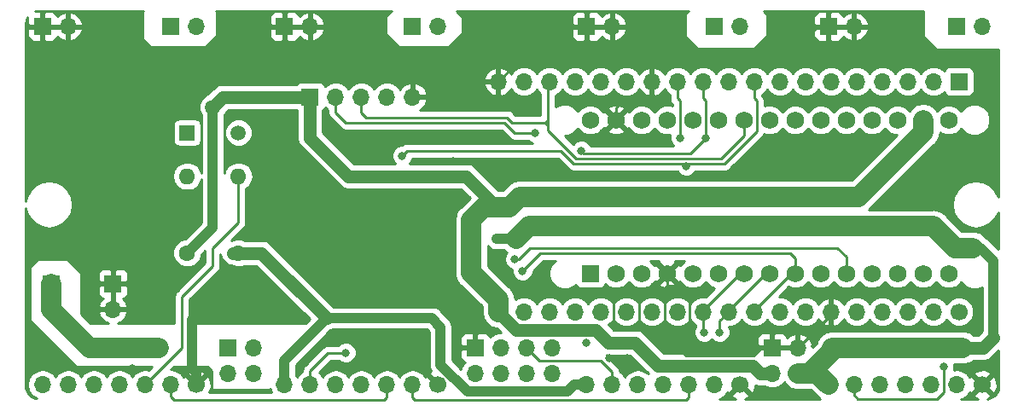
<source format=gtl>
G04 #@! TF.GenerationSoftware,KiCad,Pcbnew,(5.0.2)-1*
G04 #@! TF.CreationDate,2019-01-14T22:25:41+09:00*
G04 #@! TF.ProjectId,Nixie_Module_BaseBoard,4e697869-655f-44d6-9f64-756c655f4261,rev?*
G04 #@! TF.SameCoordinates,Original*
G04 #@! TF.FileFunction,Copper,L1,Top*
G04 #@! TF.FilePolarity,Positive*
%FSLAX46Y46*%
G04 Gerber Fmt 4.6, Leading zero omitted, Abs format (unit mm)*
G04 Created by KiCad (PCBNEW (5.0.2)-1) date 2019/01/14 22:25:41*
%MOMM*%
%LPD*%
G01*
G04 APERTURE LIST*
G04 #@! TA.AperFunction,ComponentPad*
%ADD10O,1.700000X1.700000*%
G04 #@! TD*
G04 #@! TA.AperFunction,ComponentPad*
%ADD11R,1.700000X1.700000*%
G04 #@! TD*
G04 #@! TA.AperFunction,ComponentPad*
%ADD12C,1.700000*%
G04 #@! TD*
G04 #@! TA.AperFunction,ComponentPad*
%ADD13R,1.727200X1.727200*%
G04 #@! TD*
G04 #@! TA.AperFunction,ComponentPad*
%ADD14C,1.727200*%
G04 #@! TD*
G04 #@! TA.AperFunction,ComponentPad*
%ADD15R,1.500000X1.500000*%
G04 #@! TD*
G04 #@! TA.AperFunction,ComponentPad*
%ADD16C,1.500000*%
G04 #@! TD*
G04 #@! TA.AperFunction,ComponentPad*
%ADD17C,1.600000*%
G04 #@! TD*
G04 #@! TA.AperFunction,ComponentPad*
%ADD18O,1.600000X1.600000*%
G04 #@! TD*
G04 #@! TA.AperFunction,ViaPad*
%ADD19C,0.800000*%
G04 #@! TD*
G04 #@! TA.AperFunction,Conductor*
%ADD20C,2.000000*%
G04 #@! TD*
G04 #@! TA.AperFunction,Conductor*
%ADD21C,0.250000*%
G04 #@! TD*
G04 #@! TA.AperFunction,Conductor*
%ADD22C,0.254000*%
G04 #@! TD*
G04 #@! TA.AperFunction,Conductor*
%ADD23C,1.000000*%
G04 #@! TD*
G04 #@! TA.AperFunction,Conductor*
%ADD24C,1.270000*%
G04 #@! TD*
G04 APERTURE END LIST*
D10*
G04 #@! TO.P,NIX1,8*
G04 #@! TO.N,+HV*
X121539000Y-92837000D03*
D11*
G04 #@! TO.P,NIX1,9*
X118999000Y-92837000D03*
D10*
G04 #@! TO.P,NIX1,6*
G04 #@! TO.N,Net-(NIX1-Pad6)*
X118999000Y-128397000D03*
G04 #@! TO.P,NIX1,3*
G04 #@! TO.N,/NIX_SCL*
X111379000Y-128397000D03*
G04 #@! TO.P,NIX1,1*
G04 #@! TO.N,+5V*
X106299000Y-128397000D03*
G04 #@! TO.P,NIX1,4*
G04 #@! TO.N,N/C*
X113919000Y-128397000D03*
G04 #@! TO.P,NIX1,5*
G04 #@! TO.N,/LEDDATA_5V*
X116459000Y-128397000D03*
G04 #@! TO.P,NIX1,2*
G04 #@! TO.N,/NIX_SDA*
X108839000Y-128397000D03*
D12*
G04 #@! TO.P,NIX1,7*
G04 #@! TO.N,GND*
X121539000Y-128397000D03*
D10*
G04 #@! TO.P,NIX1,10*
X108839000Y-92837000D03*
D11*
G04 #@! TO.P,NIX1,11*
X106299000Y-92837000D03*
G04 #@! TD*
D10*
G04 #@! TO.P,NIX2,8*
G04 #@! TO.N,+HV*
X145542000Y-92837000D03*
D11*
G04 #@! TO.P,NIX2,9*
X143002000Y-92837000D03*
D10*
G04 #@! TO.P,NIX2,6*
G04 #@! TO.N,Net-(NIX2-Pad6)*
X143002000Y-128397000D03*
G04 #@! TO.P,NIX2,3*
G04 #@! TO.N,/NIX_SCL*
X135382000Y-128397000D03*
G04 #@! TO.P,NIX2,1*
G04 #@! TO.N,+5V*
X130302000Y-128397000D03*
G04 #@! TO.P,NIX2,4*
G04 #@! TO.N,N/C*
X137922000Y-128397000D03*
G04 #@! TO.P,NIX2,5*
G04 #@! TO.N,Net-(NIX1-Pad6)*
X140462000Y-128397000D03*
G04 #@! TO.P,NIX2,2*
G04 #@! TO.N,/NIX_SDA*
X132842000Y-128397000D03*
D12*
G04 #@! TO.P,NIX2,7*
G04 #@! TO.N,GND*
X145542000Y-128397000D03*
D10*
G04 #@! TO.P,NIX2,10*
X132842000Y-92837000D03*
D11*
G04 #@! TO.P,NIX2,11*
X130302000Y-92837000D03*
G04 #@! TD*
D10*
G04 #@! TO.P,NIX4,8*
G04 #@! TO.N,+HV*
X199517000Y-92837000D03*
D11*
G04 #@! TO.P,NIX4,9*
X196977000Y-92837000D03*
D10*
G04 #@! TO.P,NIX4,6*
G04 #@! TO.N,N/C*
X196977000Y-128397000D03*
G04 #@! TO.P,NIX4,3*
G04 #@! TO.N,/NIX_SCL*
X189357000Y-128397000D03*
G04 #@! TO.P,NIX4,1*
G04 #@! TO.N,+5V*
X184277000Y-128397000D03*
G04 #@! TO.P,NIX4,4*
G04 #@! TO.N,N/C*
X191897000Y-128397000D03*
G04 #@! TO.P,NIX4,5*
G04 #@! TO.N,Net-(NIX3-Pad6)*
X194437000Y-128397000D03*
G04 #@! TO.P,NIX4,2*
G04 #@! TO.N,/NIX_SDA*
X186817000Y-128397000D03*
D12*
G04 #@! TO.P,NIX4,7*
G04 #@! TO.N,GND*
X199517000Y-128397000D03*
D10*
G04 #@! TO.P,NIX4,10*
X186817000Y-92837000D03*
D11*
G04 #@! TO.P,NIX4,11*
X184277000Y-92837000D03*
G04 #@! TD*
D10*
G04 #@! TO.P,NIX3,8*
G04 #@! TO.N,+HV*
X175514000Y-92837000D03*
D11*
G04 #@! TO.P,NIX3,9*
X172974000Y-92837000D03*
D10*
G04 #@! TO.P,NIX3,6*
G04 #@! TO.N,Net-(NIX3-Pad6)*
X172974000Y-128397000D03*
G04 #@! TO.P,NIX3,3*
G04 #@! TO.N,/NIX_SCL*
X165354000Y-128397000D03*
G04 #@! TO.P,NIX3,1*
G04 #@! TO.N,+5V*
X160274000Y-128397000D03*
G04 #@! TO.P,NIX3,4*
G04 #@! TO.N,N/C*
X167894000Y-128397000D03*
G04 #@! TO.P,NIX3,5*
G04 #@! TO.N,Net-(NIX2-Pad6)*
X170434000Y-128397000D03*
G04 #@! TO.P,NIX3,2*
G04 #@! TO.N,/NIX_SDA*
X162814000Y-128397000D03*
D12*
G04 #@! TO.P,NIX3,7*
G04 #@! TO.N,GND*
X175514000Y-128397000D03*
D10*
G04 #@! TO.P,NIX3,10*
X162814000Y-92837000D03*
D11*
G04 #@! TO.P,NIX3,11*
X160274000Y-92837000D03*
G04 #@! TD*
D10*
G04 #@! TO.P,J1,2*
G04 #@! TO.N,+HV*
X107188000Y-120904000D03*
D11*
G04 #@! TO.P,J1,1*
X107188000Y-118364000D03*
G04 #@! TD*
D10*
G04 #@! TO.P,J2,2*
G04 #@! TO.N,GND*
X113284000Y-120904000D03*
D11*
G04 #@! TO.P,J2,1*
X113284000Y-118364000D03*
G04 #@! TD*
D10*
G04 #@! TO.P,J3,4*
G04 #@! TO.N,N/C*
X127254000Y-127254000D03*
G04 #@! TO.P,J3,3*
G04 #@! TO.N,+HV*
X127254000Y-124714000D03*
G04 #@! TO.P,J3,2*
G04 #@! TO.N,N/C*
X124714000Y-127254000D03*
D11*
G04 #@! TO.P,J3,1*
G04 #@! TO.N,+HV*
X124714000Y-124714000D03*
G04 #@! TD*
D10*
G04 #@! TO.P,J4,4*
G04 #@! TO.N,+5V*
X181229000Y-127254000D03*
G04 #@! TO.P,J4,3*
G04 #@! TO.N,GND*
X181229000Y-124714000D03*
G04 #@! TO.P,J4,2*
G04 #@! TO.N,+3V3*
X178689000Y-127254000D03*
D11*
G04 #@! TO.P,J4,1*
G04 #@! TO.N,GND*
X178689000Y-124714000D03*
G04 #@! TD*
D10*
G04 #@! TO.P,J5,8*
G04 #@! TO.N,/SW_UP*
X156845000Y-127254000D03*
G04 #@! TO.P,J5,7*
G04 #@! TO.N,/GROVE_GPIO_1*
X156845000Y-124714000D03*
G04 #@! TO.P,J5,6*
G04 #@! TO.N,/NIX_SCL*
X154305000Y-127254000D03*
G04 #@! TO.P,J5,5*
G04 #@! TO.N,/NIX_SDA*
X154305000Y-124714000D03*
G04 #@! TO.P,J5,4*
G04 #@! TO.N,/SW_MODE*
X151765000Y-127254000D03*
G04 #@! TO.P,J5,3*
G04 #@! TO.N,/SW_DOWN*
X151765000Y-124714000D03*
G04 #@! TO.P,J5,2*
G04 #@! TO.N,/GROVE_GPIO_0*
X149225000Y-127254000D03*
D11*
G04 #@! TO.P,J5,1*
G04 #@! TO.N,GND*
X149225000Y-124714000D03*
G04 #@! TD*
G04 #@! TO.P,U1,1*
G04 #@! TO.N,N/C*
X197231000Y-98298000D03*
D10*
G04 #@! TO.P,U1,2*
X194691000Y-98298000D03*
G04 #@! TO.P,U1,3*
X192151000Y-98298000D03*
G04 #@! TO.P,U1,4*
X189611000Y-98298000D03*
G04 #@! TO.P,U1,5*
X187071000Y-98298000D03*
G04 #@! TO.P,U1,6*
X184531000Y-98298000D03*
G04 #@! TO.P,U1,7*
X181991000Y-98298000D03*
G04 #@! TO.P,U1,8*
X179451000Y-98298000D03*
G04 #@! TO.P,U1,9*
G04 #@! TO.N,/LEDDATA*
X176911000Y-98298000D03*
G04 #@! TO.P,U1,10*
G04 #@! TO.N,N/C*
X174371000Y-98298000D03*
G04 #@! TO.P,U1,11*
G04 #@! TO.N,/GROVE_GPIO_1*
X171831000Y-98298000D03*
G04 #@! TO.P,U1,12*
G04 #@! TO.N,/GROVE_GPIO_0*
X169291000Y-98298000D03*
G04 #@! TO.P,U1,13*
G04 #@! TO.N,GND*
X166751000Y-98298000D03*
G04 #@! TO.P,U1,14*
G04 #@! TO.N,/NIX_SDA*
X164211000Y-98298000D03*
G04 #@! TO.P,U1,15*
G04 #@! TO.N,N/C*
X161671000Y-98298000D03*
G04 #@! TO.P,U1,16*
X159131000Y-98298000D03*
G04 #@! TO.P,U1,17*
G04 #@! TO.N,/NIX_SCL*
X156591000Y-98298000D03*
G04 #@! TO.P,U1,18*
G04 #@! TO.N,N/C*
X154051000Y-98298000D03*
G04 #@! TO.P,U1,19*
G04 #@! TO.N,GND*
X151511000Y-98298000D03*
D12*
G04 #@! TO.P,U1,38*
G04 #@! TO.N,N/C*
X197231000Y-121158000D03*
D10*
G04 #@! TO.P,U1,32*
X181991000Y-121158000D03*
G04 #@! TO.P,U1,23*
X159131000Y-121158000D03*
G04 #@! TO.P,U1,25*
X164211000Y-121158000D03*
G04 #@! TO.P,U1,36*
X192151000Y-121158000D03*
G04 #@! TO.P,U1,30*
G04 #@! TO.N,/SW_DOWN*
X176911000Y-121158000D03*
G04 #@! TO.P,U1,33*
G04 #@! TO.N,GND*
X184531000Y-121158000D03*
G04 #@! TO.P,U1,26*
G04 #@! TO.N,N/C*
X166751000Y-121158000D03*
G04 #@! TO.P,U1,21*
X154051000Y-121158000D03*
G04 #@! TO.P,U1,20*
G04 #@! TO.N,+3V3*
X151511000Y-121158000D03*
G04 #@! TO.P,U1,22*
G04 #@! TO.N,N/C*
X156591000Y-121158000D03*
G04 #@! TO.P,U1,27*
X169291000Y-121158000D03*
G04 #@! TO.P,U1,34*
X187071000Y-121158000D03*
G04 #@! TO.P,U1,29*
G04 #@! TO.N,/SW_UP*
X174371000Y-121158000D03*
G04 #@! TO.P,U1,24*
G04 #@! TO.N,N/C*
X161671000Y-121158000D03*
G04 #@! TO.P,U1,28*
G04 #@! TO.N,/SW_MODE*
X171831000Y-121158000D03*
G04 #@! TO.P,U1,37*
G04 #@! TO.N,N/C*
X194691000Y-121158000D03*
G04 #@! TO.P,U1,31*
X179451000Y-121158000D03*
G04 #@! TO.P,U1,35*
X189611000Y-121158000D03*
G04 #@! TD*
D13*
G04 #@! TO.P,XA1,D1*
G04 #@! TO.N,N/C*
X160655000Y-117348000D03*
D14*
G04 #@! TO.P,XA1,D0*
X163195000Y-117348000D03*
G04 #@! TO.P,XA1,RST1*
X165735000Y-117348000D03*
G04 #@! TO.P,XA1,GND1*
G04 #@! TO.N,GND*
X168275000Y-117348000D03*
G04 #@! TO.P,XA1,D2*
G04 #@! TO.N,N/C*
X170815000Y-117348000D03*
G04 #@! TO.P,XA1,D3*
X173355000Y-117348000D03*
G04 #@! TO.P,XA1,D4*
G04 #@! TO.N,/SW_MODE*
X175895000Y-117348000D03*
G04 #@! TO.P,XA1,D5*
G04 #@! TO.N,/SW_UP*
X178435000Y-117348000D03*
G04 #@! TO.P,XA1,D6*
G04 #@! TO.N,/SW_DOWN*
X180975000Y-117348000D03*
G04 #@! TO.P,XA1,D7*
G04 #@! TO.N,/LEDDATA*
X183515000Y-117348000D03*
G04 #@! TO.P,XA1,D8*
G04 #@! TO.N,/GROVE_GPIO_0*
X186055000Y-117348000D03*
G04 #@! TO.P,XA1,D9*
G04 #@! TO.N,/GROVE_GPIO_1*
X188595000Y-117348000D03*
G04 #@! TO.P,XA1,D10*
G04 #@! TO.N,N/C*
X191135000Y-117348000D03*
G04 #@! TO.P,XA1,D11*
X193675000Y-117348000D03*
G04 #@! TO.P,XA1,D12*
X196215000Y-117348000D03*
G04 #@! TO.P,XA1,D13*
X196215000Y-102108000D03*
G04 #@! TO.P,XA1,3V3*
G04 #@! TO.N,+3V3*
X193675000Y-102108000D03*
G04 #@! TO.P,XA1,AREF*
G04 #@! TO.N,N/C*
X191135000Y-102108000D03*
G04 #@! TO.P,XA1,A0*
X188595000Y-102108000D03*
G04 #@! TO.P,XA1,A1*
X186055000Y-102108000D03*
G04 #@! TO.P,XA1,A2*
X183515000Y-102108000D03*
G04 #@! TO.P,XA1,A3*
X180975000Y-102108000D03*
G04 #@! TO.P,XA1,A4*
G04 #@! TO.N,/NIX_SDA*
X178435000Y-102108000D03*
G04 #@! TO.P,XA1,A5*
G04 #@! TO.N,/NIX_SCL*
X175895000Y-102108000D03*
G04 #@! TO.P,XA1,A6*
G04 #@! TO.N,N/C*
X173355000Y-102108000D03*
G04 #@! TO.P,XA1,A7*
X170815000Y-102108000D03*
G04 #@! TO.P,XA1,5V*
X168275000Y-102108000D03*
G04 #@! TO.P,XA1,RST2*
X165735000Y-102108000D03*
G04 #@! TO.P,XA1,GND2*
G04 #@! TO.N,GND*
X163195000Y-102108000D03*
G04 #@! TO.P,XA1,VIN*
G04 #@! TO.N,N/C*
X160655000Y-102108000D03*
G04 #@! TD*
D15*
G04 #@! TO.P,Q1,1*
G04 #@! TO.N,/LEDDATA*
X120650000Y-103378000D03*
D16*
G04 #@! TO.P,Q1,3*
G04 #@! TO.N,/LEDDATA_5V*
X125730000Y-103378000D03*
G04 #@! TO.P,Q1,2*
G04 #@! TO.N,+3V3*
X123190000Y-100838000D03*
G04 #@! TD*
D10*
G04 #@! TO.P,J6,5*
G04 #@! TO.N,GND*
X143002000Y-99822000D03*
G04 #@! TO.P,J6,4*
G04 #@! TO.N,N/C*
X140462000Y-99822000D03*
G04 #@! TO.P,J6,3*
G04 #@! TO.N,/NIX_SCL*
X137922000Y-99822000D03*
G04 #@! TO.P,J6,2*
G04 #@! TO.N,/NIX_SDA*
X135382000Y-99822000D03*
D11*
G04 #@! TO.P,J6,1*
G04 #@! TO.N,+3V3*
X132842000Y-99822000D03*
G04 #@! TD*
D17*
G04 #@! TO.P,R1,1*
G04 #@! TO.N,+3V3*
X120650000Y-115316000D03*
D18*
G04 #@! TO.P,R1,2*
G04 #@! TO.N,/LEDDATA*
X120650000Y-107696000D03*
G04 #@! TD*
G04 #@! TO.P,R2,2*
G04 #@! TO.N,/LEDDATA_5V*
X125730000Y-107696000D03*
D17*
G04 #@! TO.P,R2,1*
G04 #@! TO.N,+5V*
X125730000Y-115316000D03*
G04 #@! TD*
D19*
G04 #@! TO.N,+HV*
X117855992Y-124713992D03*
G04 #@! TO.N,GND*
X162560000Y-125730000D03*
X164338000Y-125730000D03*
X160274000Y-124205988D03*
X166116000Y-122936000D03*
X168021000Y-122936000D03*
X175514000Y-123190000D03*
X174371000Y-124206000D03*
X149860000Y-103632000D03*
X147066000Y-103632000D03*
X159766000Y-107696000D03*
X163322000Y-107696000D03*
X166878000Y-107696000D03*
X147066000Y-106172000D03*
X197485000Y-119126000D03*
X115189000Y-126746000D03*
X131064000Y-102108000D03*
X129540000Y-102108000D03*
X128016000Y-102108000D03*
X131064000Y-104140000D03*
X129540000Y-104140000D03*
X128016000Y-104140000D03*
X151892000Y-108712000D03*
X145034000Y-118110000D03*
X143510000Y-118110000D03*
X143764000Y-119380000D03*
X142240000Y-119380000D03*
X143002000Y-123952000D03*
X141478000Y-123952000D03*
X139954000Y-123952000D03*
X138430000Y-123952000D03*
X148844000Y-98298000D03*
X147320000Y-98298000D03*
X145796000Y-98298000D03*
X148844000Y-99568000D03*
X147320000Y-99568000D03*
X145796000Y-99568000D03*
G04 #@! TO.N,/NIX_SDA*
X155193994Y-103378000D03*
X195707000Y-126619000D03*
X136398000Y-125222000D03*
G04 #@! TO.N,/SW_MODE*
X171957972Y-123190000D03*
G04 #@! TO.N,/SW_UP*
X173482001Y-123189999D03*
G04 #@! TO.N,/SW_DOWN*
X153924002Y-117094000D03*
G04 #@! TO.N,/GROVE_GPIO_0*
X169545000Y-103886000D03*
X153162000Y-115951000D03*
G04 #@! TO.N,/GROVE_GPIO_1*
X172085000Y-103886006D03*
X159766000Y-105155976D03*
G04 #@! TO.N,+5V*
X153317324Y-113919000D03*
X151384000Y-113919000D03*
X145796000Y-123952000D03*
G04 #@! TO.N,/LEDDATA*
X170180000Y-106680000D03*
X141986000Y-105664000D03*
G04 #@! TD*
D20*
G04 #@! TO.N,+HV*
X107188000Y-118364000D02*
X107188000Y-120904000D01*
X107188000Y-120904000D02*
X110997992Y-124713992D01*
X117290307Y-124713992D02*
X117855992Y-124713992D01*
X110997992Y-124713992D02*
X117290307Y-124713992D01*
D21*
G04 #@! TO.N,GND*
X166624000Y-98425000D02*
X166751000Y-98298000D01*
X166624000Y-99568000D02*
X166624000Y-98425000D01*
X166116000Y-100076000D02*
X166624000Y-99568000D01*
X164005686Y-100076000D02*
X166116000Y-100076000D01*
X163195000Y-102108000D02*
X163195000Y-100886686D01*
X163195000Y-100886686D02*
X164005686Y-100076000D01*
X178689000Y-124714000D02*
X181229000Y-124714000D01*
X184531000Y-121412000D02*
X184531000Y-121158000D01*
X181229000Y-124714000D02*
X184531000Y-121412000D01*
D22*
X166751000Y-94996000D02*
X166751000Y-98298000D01*
X162814000Y-92837000D02*
X164592000Y-92837000D01*
X164592000Y-92837000D02*
X166751000Y-94996000D01*
X183173000Y-92837000D02*
X184277000Y-92837000D01*
X181014000Y-94996000D02*
X183173000Y-92837000D01*
X166751000Y-94996000D02*
X181014000Y-94996000D01*
D21*
X156972000Y-92837000D02*
X160274000Y-92837000D01*
X151511000Y-98298000D02*
X156972000Y-92837000D01*
X134044081Y-92837000D02*
X137727081Y-96520000D01*
X132842000Y-92837000D02*
X134044081Y-92837000D01*
X137727081Y-96520000D02*
X141478000Y-96520000D01*
X143002000Y-98044000D02*
X143002000Y-99822000D01*
X141478000Y-96520000D02*
X143002000Y-98044000D01*
X112395000Y-92837000D02*
X108839000Y-92837000D01*
X129202000Y-92837000D02*
X130302000Y-92837000D01*
X168275000Y-118569314D02*
X168275000Y-117348000D01*
X168021000Y-118823314D02*
X168275000Y-118569314D01*
X165481000Y-122301000D02*
X166116000Y-122936000D01*
X165481000Y-120269000D02*
X165481000Y-122301000D01*
X168021000Y-118823314D02*
X166926686Y-118823314D01*
X166926686Y-118823314D02*
X165481000Y-120269000D01*
X166926686Y-118823314D02*
X164005686Y-118823314D01*
X164005686Y-118823314D02*
X162941000Y-119888000D01*
X162941000Y-119888000D02*
X162941000Y-122174000D01*
X162941000Y-122174000D02*
X163703000Y-122936000D01*
X163703000Y-122936000D02*
X165227000Y-122936000D01*
X165227000Y-122936000D02*
X165735000Y-122936000D01*
X166116000Y-122936000D02*
X167894000Y-122936000D01*
X168021000Y-122936000D02*
X168021000Y-118823314D01*
X168021000Y-123317000D02*
X168021000Y-122936000D01*
X170180000Y-125476000D02*
X168021000Y-123317000D01*
X176827000Y-125476000D02*
X170180000Y-125476000D01*
X178689000Y-124714000D02*
X177589000Y-124714000D01*
X177589000Y-124714000D02*
X176827000Y-125476000D01*
X168275000Y-118569314D02*
X169623314Y-118569314D01*
X170466001Y-119412001D02*
X170466001Y-123665999D01*
X169623314Y-118569314D02*
X170466001Y-119412001D01*
X196919315Y-119126000D02*
X196792315Y-119253000D01*
X197485000Y-119126000D02*
X196919315Y-119126000D01*
X196792315Y-119253000D02*
X185166000Y-119253000D01*
X184531000Y-119888000D02*
X184531000Y-121158000D01*
X185166000Y-119253000D02*
X184531000Y-119888000D01*
D23*
X121539000Y-127194919D02*
X121158000Y-126813919D01*
X121539000Y-128397000D02*
X121539000Y-127194919D01*
X121158000Y-126813919D02*
X121158000Y-121920000D01*
D24*
G04 #@! TO.N,+3V3*
X151511000Y-121158000D02*
X151511000Y-120523000D01*
X151511000Y-120523000D02*
X151384000Y-120396000D01*
X151384000Y-110744000D02*
X148336000Y-107696000D01*
D20*
X150114000Y-110744000D02*
X151384000Y-110744000D01*
X148844000Y-112014000D02*
X150114000Y-110744000D01*
X148844000Y-117288919D02*
X148844000Y-112014000D01*
X151511000Y-121158000D02*
X151511000Y-119955919D01*
X151511000Y-119955919D02*
X148844000Y-117288919D01*
X152654000Y-110744000D02*
X151384000Y-110744000D01*
X153670000Y-109728000D02*
X152654000Y-110744000D01*
X187276314Y-109728000D02*
X153670000Y-109728000D01*
X193675000Y-102108000D02*
X193675000Y-103329314D01*
X193675000Y-103329314D02*
X187276314Y-109728000D01*
D24*
X161197988Y-122970988D02*
X153323988Y-122970988D01*
X177486919Y-127254000D02*
X176724919Y-126492000D01*
X178689000Y-127254000D02*
X177486919Y-127254000D01*
X153323988Y-122970988D02*
X152360999Y-122007999D01*
X152360999Y-122007999D02*
X151511000Y-121158000D01*
X167386000Y-126492000D02*
X165100000Y-124206000D01*
X165100000Y-124206000D02*
X162433000Y-124206000D01*
X162433000Y-124206000D02*
X161197988Y-122970988D01*
X176724919Y-126492000D02*
X167386000Y-126492000D01*
X148336000Y-107696000D02*
X136652000Y-107696000D01*
X132842000Y-103886000D02*
X132842000Y-99822000D01*
X136652000Y-107696000D02*
X132842000Y-103886000D01*
X123190000Y-100838000D02*
X124206000Y-99822000D01*
X124206000Y-99822000D02*
X128524000Y-99822000D01*
X128524000Y-99822000D02*
X132842000Y-99822000D01*
D23*
X123190000Y-112776000D02*
X120650000Y-115316000D01*
X123190000Y-100838000D02*
X123190000Y-112776000D01*
D22*
G04 #@! TO.N,/NIX_SDA*
X153162000Y-103378000D02*
X155193994Y-103378000D01*
X152146000Y-102362000D02*
X153162000Y-103378000D01*
X136398000Y-102362000D02*
X152146000Y-102362000D01*
X135382000Y-99822000D02*
X135382000Y-101346000D01*
X135382000Y-101346000D02*
X136398000Y-102362000D01*
D21*
X186817000Y-129413000D02*
X186817000Y-128397000D01*
X187198000Y-129794000D02*
X186817000Y-129413000D01*
X195072000Y-129794000D02*
X187198000Y-129794000D01*
X195707000Y-126619000D02*
X195707000Y-129159000D01*
X195707000Y-129159000D02*
X195072000Y-129794000D01*
X162814000Y-127127000D02*
X162814000Y-128397000D01*
X161671000Y-125984000D02*
X162814000Y-127127000D01*
X154305000Y-124714000D02*
X155575000Y-125984000D01*
X155575000Y-125984000D02*
X161671000Y-125984000D01*
X134620000Y-125222000D02*
X136398000Y-125222000D01*
X132842000Y-128397000D02*
X132842000Y-127000000D01*
X132842000Y-127000000D02*
X134620000Y-125222000D01*
G04 #@! TO.N,/NIX_SCL*
X156464000Y-98425000D02*
X156591000Y-98298000D01*
X156464000Y-99568000D02*
X156464000Y-98425000D01*
D22*
X156210000Y-102362000D02*
X156464000Y-102108000D01*
D21*
X156464000Y-102108000D02*
X156464000Y-99568000D01*
D22*
X156210000Y-102362000D02*
X156464000Y-102362000D01*
X156210000Y-102362000D02*
X156464000Y-102616000D01*
D21*
X156464000Y-102616000D02*
X156464000Y-102108000D01*
X156464000Y-103124000D02*
X156464000Y-102616000D01*
X159258000Y-105918000D02*
X156464000Y-103124000D01*
X173609000Y-105918000D02*
X159258000Y-105918000D01*
X175895000Y-102108000D02*
X175895000Y-103632000D01*
X175895000Y-103632000D02*
X173609000Y-105918000D01*
D22*
X152908000Y-102362000D02*
X156210000Y-102362000D01*
X152400000Y-101854000D02*
X152908000Y-102362000D01*
X138430000Y-101854000D02*
X152400000Y-101854000D01*
X137922000Y-99822000D02*
X137922000Y-101346000D01*
X137922000Y-101346000D02*
X138430000Y-101854000D01*
G04 #@! TO.N,/SW_MODE*
X171831000Y-121031000D02*
X171831000Y-121158000D01*
X175895000Y-117348000D02*
X175514000Y-117348000D01*
X175514000Y-117348000D02*
X171831000Y-121031000D01*
D21*
X171831000Y-121158000D02*
X171831000Y-123063028D01*
X171831000Y-123063028D02*
X171957972Y-123190000D01*
D22*
G04 #@! TO.N,/SW_UP*
X174371000Y-121031000D02*
X174371000Y-121158000D01*
X178435000Y-117348000D02*
X178054000Y-117348000D01*
X178054000Y-117348000D02*
X174371000Y-121031000D01*
D21*
X173482001Y-122046999D02*
X173482001Y-122624314D01*
X173482001Y-122624314D02*
X173482001Y-123189999D01*
X174371000Y-121158000D02*
X173482001Y-122046999D01*
D22*
G04 #@! TO.N,/SW_DOWN*
X154324001Y-116694001D02*
X153924002Y-117094000D01*
X155702002Y-115316000D02*
X154324001Y-116694001D01*
X180467000Y-115316000D02*
X155702002Y-115316000D01*
X180975000Y-117348000D02*
X180975000Y-115824000D01*
X180975000Y-115824000D02*
X180467000Y-115316000D01*
X176911000Y-121031000D02*
X176911000Y-121158000D01*
X180975000Y-117348000D02*
X180594000Y-117348000D01*
X180594000Y-117348000D02*
X176911000Y-121031000D01*
D21*
G04 #@! TO.N,Net-(NIX1-Pad6)*
X118999000Y-129540000D02*
X118999000Y-128397000D01*
X119380000Y-129921000D02*
X118999000Y-129540000D01*
X140208000Y-129921000D02*
X119380000Y-129921000D01*
X140462000Y-128397000D02*
X140462000Y-129667000D01*
X140462000Y-129667000D02*
X140208000Y-129921000D01*
G04 #@! TO.N,Net-(NIX2-Pad6)*
X143002000Y-129667000D02*
X143002000Y-128397000D01*
X143256000Y-129921000D02*
X143002000Y-129667000D01*
X170434000Y-129667000D02*
X170180000Y-129921000D01*
X170180000Y-129921000D02*
X143256000Y-129921000D01*
X170434000Y-128397000D02*
X170434000Y-129667000D01*
D22*
G04 #@! TO.N,/GROVE_GPIO_0*
X186055000Y-115697000D02*
X186055000Y-117348000D01*
X185166000Y-114808000D02*
X186055000Y-115697000D01*
X154686000Y-114808000D02*
X185166000Y-114808000D01*
X153162000Y-115951000D02*
X153543000Y-115951000D01*
X153543000Y-115951000D02*
X154686000Y-114808000D01*
X169291000Y-99949000D02*
X169291000Y-98298000D01*
X169545000Y-103886000D02*
X169545000Y-100203000D01*
X169545000Y-100203000D02*
X169291000Y-99949000D01*
G04 #@! TO.N,/GROVE_GPIO_1*
X172085000Y-100203000D02*
X172085000Y-103886006D01*
X171831000Y-98298000D02*
X171831000Y-99949000D01*
X171831000Y-99949000D02*
X172085000Y-100203000D01*
X160020024Y-105410000D02*
X159766000Y-105155976D01*
X172085000Y-103886006D02*
X170561006Y-105410000D01*
X170561006Y-105410000D02*
X160020024Y-105410000D01*
D20*
G04 #@! TO.N,+5V*
X181229000Y-127254000D02*
X182431081Y-127254000D01*
X183134000Y-127254000D02*
X182431081Y-127254000D01*
X184277000Y-128397000D02*
X183134000Y-127254000D01*
X196850000Y-114808000D02*
X198628000Y-114808000D01*
X154587324Y-112649000D02*
X153317324Y-113919000D01*
X184658000Y-124714000D02*
X197612000Y-124714000D01*
D23*
X199390000Y-114808000D02*
X198628000Y-114808000D01*
D20*
X194691000Y-112649000D02*
X154587324Y-112649000D01*
X196850000Y-114808000D02*
X194691000Y-112649000D01*
D24*
X197612000Y-124714000D02*
X199644000Y-124714000D01*
X199644000Y-124714000D02*
X200660000Y-123698000D01*
D23*
X200660000Y-123698000D02*
X200660000Y-116078000D01*
X200660000Y-116078000D02*
X199390000Y-114808000D01*
D20*
X182431081Y-127254000D02*
X184658000Y-125027081D01*
X184658000Y-125027081D02*
X184658000Y-124714000D01*
D23*
X153317324Y-113919000D02*
X151384000Y-113919000D01*
X145796000Y-126449667D02*
X145796000Y-124517685D01*
X145796000Y-124517685D02*
X145796000Y-123952000D01*
X148442322Y-129095989D02*
X145796000Y-126449667D01*
X158372930Y-129095989D02*
X148442322Y-129095989D01*
X160274000Y-128397000D02*
X159071919Y-128397000D01*
X159071919Y-128397000D02*
X158372930Y-129095989D01*
X135703919Y-121793000D02*
X144907000Y-121793000D01*
X145796000Y-122682000D02*
X145796000Y-123952000D01*
X144907000Y-121793000D02*
X145796000Y-122682000D01*
X135703919Y-121793000D02*
X134366000Y-121793000D01*
X134493000Y-121793000D02*
X135703919Y-121793000D01*
X130302000Y-128397000D02*
X130302000Y-125984000D01*
X130302000Y-125984000D02*
X134493000Y-121793000D01*
D24*
X128016000Y-115316000D02*
X134493000Y-121793000D01*
X125222000Y-115316000D02*
X128016000Y-115316000D01*
D21*
G04 #@! TO.N,/LEDDATA_5V*
X120142000Y-119634000D02*
X121158000Y-118618000D01*
X116459000Y-128397000D02*
X120142000Y-124714000D01*
X120142000Y-124714000D02*
X120142000Y-119634000D01*
D22*
X125730000Y-112268000D02*
X125730000Y-107696000D01*
X123190000Y-114808000D02*
X125730000Y-112268000D01*
X121158000Y-118618000D02*
X123190000Y-116586000D01*
X123190000Y-116586000D02*
X123190000Y-114808000D01*
G04 #@! TO.N,/LEDDATA*
X141986000Y-105664000D02*
X142494000Y-105156000D01*
X169926000Y-106426000D02*
X170180000Y-106680000D01*
X159004000Y-106426000D02*
X169926000Y-106426000D01*
X142494000Y-105156000D02*
X157734000Y-105156000D01*
X157734000Y-105156000D02*
X159004000Y-106426000D01*
X170434000Y-106426000D02*
X170180000Y-106680000D01*
X173990000Y-106426000D02*
X170434000Y-106426000D01*
X177165000Y-103251000D02*
X173990000Y-106426000D01*
X177165000Y-100203000D02*
X177165000Y-103251000D01*
X176911000Y-98298000D02*
X176911000Y-99949000D01*
X176911000Y-99949000D02*
X177165000Y-100203000D01*
G04 #@! TD*
G04 #@! TO.N,GND*
G36*
X180050231Y-128432769D02*
X180591055Y-128794136D01*
X181067969Y-128889000D01*
X182270051Y-128889000D01*
X182431081Y-128921031D01*
X182479218Y-128911456D01*
X183234746Y-129666985D01*
X183465246Y-129821000D01*
X175987272Y-129821000D01*
X176298080Y-129692259D01*
X176378353Y-129440958D01*
X175514000Y-128576605D01*
X174649647Y-129440958D01*
X174729920Y-129692259D01*
X175084818Y-129821000D01*
X173426925Y-129821000D01*
X173553418Y-129795839D01*
X174044625Y-129467625D01*
X174233037Y-129185647D01*
X174470042Y-129261353D01*
X175334395Y-128397000D01*
X175320253Y-128382858D01*
X175499858Y-128203253D01*
X175514000Y-128217395D01*
X175528143Y-128203253D01*
X175707748Y-128382858D01*
X175693605Y-128397000D01*
X176557958Y-129261353D01*
X176809259Y-129181080D01*
X177010718Y-128625721D01*
X177002974Y-128452617D01*
X177361839Y-128524000D01*
X177361843Y-128524000D01*
X177486919Y-128548879D01*
X177611995Y-128524000D01*
X177916761Y-128524000D01*
X178109582Y-128652839D01*
X178542744Y-128739000D01*
X178835256Y-128739000D01*
X179268418Y-128652839D01*
X179759625Y-128324625D01*
X179868798Y-128161236D01*
X180050231Y-128432769D01*
X180050231Y-128432769D01*
G37*
X180050231Y-128432769D02*
X180591055Y-128794136D01*
X181067969Y-128889000D01*
X182270051Y-128889000D01*
X182431081Y-128921031D01*
X182479218Y-128911456D01*
X183234746Y-129666985D01*
X183465246Y-129821000D01*
X175987272Y-129821000D01*
X176298080Y-129692259D01*
X176378353Y-129440958D01*
X175514000Y-128576605D01*
X174649647Y-129440958D01*
X174729920Y-129692259D01*
X175084818Y-129821000D01*
X173426925Y-129821000D01*
X173553418Y-129795839D01*
X174044625Y-129467625D01*
X174233037Y-129185647D01*
X174470042Y-129261353D01*
X175334395Y-128397000D01*
X175320253Y-128382858D01*
X175499858Y-128203253D01*
X175514000Y-128217395D01*
X175528143Y-128203253D01*
X175707748Y-128382858D01*
X175693605Y-128397000D01*
X176557958Y-129261353D01*
X176809259Y-129181080D01*
X177010718Y-128625721D01*
X177002974Y-128452617D01*
X177361839Y-128524000D01*
X177361843Y-128524000D01*
X177486919Y-128548879D01*
X177611995Y-128524000D01*
X177916761Y-128524000D01*
X178109582Y-128652839D01*
X178542744Y-128739000D01*
X178835256Y-128739000D01*
X179268418Y-128652839D01*
X179759625Y-128324625D01*
X179868798Y-128161236D01*
X180050231Y-128432769D01*
G36*
X201151001Y-128503629D02*
X201092956Y-128908938D01*
X200945385Y-129233504D01*
X200712650Y-129503606D01*
X200413459Y-129697532D01*
X200047525Y-129806970D01*
X200019031Y-129809087D01*
X200301080Y-129692259D01*
X200381353Y-129440958D01*
X199517000Y-128576605D01*
X198652647Y-129440958D01*
X198732920Y-129692259D01*
X199087818Y-129821000D01*
X197429925Y-129821000D01*
X197556418Y-129795839D01*
X198047625Y-129467625D01*
X198236037Y-129185647D01*
X198473042Y-129261353D01*
X199337395Y-128397000D01*
X199696605Y-128397000D01*
X200560958Y-129261353D01*
X200812259Y-129181080D01*
X201013718Y-128625721D01*
X200987315Y-128035542D01*
X200812259Y-127612920D01*
X200560958Y-127532647D01*
X199696605Y-128397000D01*
X199337395Y-128397000D01*
X198473042Y-127532647D01*
X198236037Y-127608353D01*
X198065444Y-127353042D01*
X198652647Y-127353042D01*
X199517000Y-128217395D01*
X200381353Y-127353042D01*
X200301080Y-127101741D01*
X199745721Y-126900282D01*
X199155542Y-126926685D01*
X198732920Y-127101741D01*
X198652647Y-127353042D01*
X198065444Y-127353042D01*
X198047625Y-127326375D01*
X197556418Y-126998161D01*
X197123256Y-126912000D01*
X196830744Y-126912000D01*
X196694703Y-126939060D01*
X196742000Y-126824874D01*
X196742000Y-126413126D01*
X196715438Y-126349000D01*
X197773031Y-126349000D01*
X198249945Y-126254136D01*
X198654232Y-125984000D01*
X199518925Y-125984000D01*
X199644000Y-126008879D01*
X199769075Y-125984000D01*
X199769080Y-125984000D01*
X200139529Y-125910313D01*
X200559618Y-125629618D01*
X200630471Y-125523579D01*
X201151001Y-125003050D01*
X201151001Y-128503629D01*
X201151001Y-128503629D01*
G37*
X201151001Y-128503629D02*
X201092956Y-128908938D01*
X200945385Y-129233504D01*
X200712650Y-129503606D01*
X200413459Y-129697532D01*
X200047525Y-129806970D01*
X200019031Y-129809087D01*
X200301080Y-129692259D01*
X200381353Y-129440958D01*
X199517000Y-128576605D01*
X198652647Y-129440958D01*
X198732920Y-129692259D01*
X199087818Y-129821000D01*
X197429925Y-129821000D01*
X197556418Y-129795839D01*
X198047625Y-129467625D01*
X198236037Y-129185647D01*
X198473042Y-129261353D01*
X199337395Y-128397000D01*
X199696605Y-128397000D01*
X200560958Y-129261353D01*
X200812259Y-129181080D01*
X201013718Y-128625721D01*
X200987315Y-128035542D01*
X200812259Y-127612920D01*
X200560958Y-127532647D01*
X199696605Y-128397000D01*
X199337395Y-128397000D01*
X198473042Y-127532647D01*
X198236037Y-127608353D01*
X198065444Y-127353042D01*
X198652647Y-127353042D01*
X199517000Y-128217395D01*
X200381353Y-127353042D01*
X200301080Y-127101741D01*
X199745721Y-126900282D01*
X199155542Y-126926685D01*
X198732920Y-127101741D01*
X198652647Y-127353042D01*
X198065444Y-127353042D01*
X198047625Y-127326375D01*
X197556418Y-126998161D01*
X197123256Y-126912000D01*
X196830744Y-126912000D01*
X196694703Y-126939060D01*
X196742000Y-126824874D01*
X196742000Y-126413126D01*
X196715438Y-126349000D01*
X197773031Y-126349000D01*
X198249945Y-126254136D01*
X198654232Y-125984000D01*
X199518925Y-125984000D01*
X199644000Y-126008879D01*
X199769075Y-125984000D01*
X199769080Y-125984000D01*
X200139529Y-125910313D01*
X200559618Y-125629618D01*
X200630471Y-125523579D01*
X201151001Y-125003050D01*
X201151001Y-128503629D01*
G36*
X116242197Y-91350197D02*
X116214667Y-91391399D01*
X116205000Y-91440000D01*
X116205000Y-93980000D01*
X116214667Y-94028601D01*
X116242197Y-94069803D01*
X117004197Y-94831803D01*
X117045399Y-94859333D01*
X117094000Y-94869000D01*
X122428000Y-94869000D01*
X122476601Y-94859333D01*
X122517803Y-94831803D01*
X123533803Y-93815803D01*
X123561333Y-93774601D01*
X123571000Y-93726000D01*
X123571000Y-93122750D01*
X128817000Y-93122750D01*
X128817000Y-93813309D01*
X128913673Y-94046698D01*
X129092301Y-94225327D01*
X129325690Y-94322000D01*
X130016250Y-94322000D01*
X130175000Y-94163250D01*
X130175000Y-92964000D01*
X130429000Y-92964000D01*
X130429000Y-94163250D01*
X130587750Y-94322000D01*
X131278310Y-94322000D01*
X131511699Y-94225327D01*
X131690327Y-94046698D01*
X131777136Y-93837122D01*
X132075076Y-94108645D01*
X132485110Y-94278476D01*
X132715000Y-94157155D01*
X132715000Y-92964000D01*
X132969000Y-92964000D01*
X132969000Y-94157155D01*
X133198890Y-94278476D01*
X133608924Y-94108645D01*
X134037183Y-93718358D01*
X134283486Y-93193892D01*
X134162819Y-92964000D01*
X132969000Y-92964000D01*
X132715000Y-92964000D01*
X130429000Y-92964000D01*
X130175000Y-92964000D01*
X128975750Y-92964000D01*
X128817000Y-93122750D01*
X123571000Y-93122750D01*
X123571000Y-91860691D01*
X128817000Y-91860691D01*
X128817000Y-92551250D01*
X128975750Y-92710000D01*
X130175000Y-92710000D01*
X130175000Y-91510750D01*
X130429000Y-91510750D01*
X130429000Y-92710000D01*
X132715000Y-92710000D01*
X132715000Y-91516845D01*
X132969000Y-91516845D01*
X132969000Y-92710000D01*
X134162819Y-92710000D01*
X134283486Y-92480108D01*
X134037183Y-91955642D01*
X133608924Y-91565355D01*
X133198890Y-91395524D01*
X132969000Y-91516845D01*
X132715000Y-91516845D01*
X132485110Y-91395524D01*
X132075076Y-91565355D01*
X131777136Y-91836878D01*
X131690327Y-91627302D01*
X131511699Y-91448673D01*
X131278310Y-91352000D01*
X130587750Y-91352000D01*
X130429000Y-91510750D01*
X130175000Y-91510750D01*
X130016250Y-91352000D01*
X129325690Y-91352000D01*
X129092301Y-91448673D01*
X128913673Y-91627302D01*
X128817000Y-91860691D01*
X123571000Y-91860691D01*
X123571000Y-91440000D01*
X123561333Y-91391399D01*
X123533803Y-91350197D01*
X123474606Y-91291000D01*
X140939394Y-91291000D01*
X140372197Y-91858197D01*
X140344667Y-91899399D01*
X140335000Y-91948000D01*
X140335000Y-93472000D01*
X140344667Y-93520601D01*
X140372197Y-93561803D01*
X141642197Y-94831803D01*
X141683399Y-94859333D01*
X141732000Y-94869000D01*
X146558000Y-94869000D01*
X146606601Y-94859333D01*
X146647803Y-94831803D01*
X147917803Y-93561803D01*
X147945333Y-93520601D01*
X147955000Y-93472000D01*
X147955000Y-93122750D01*
X158789000Y-93122750D01*
X158789000Y-93813309D01*
X158885673Y-94046698D01*
X159064301Y-94225327D01*
X159297690Y-94322000D01*
X159988250Y-94322000D01*
X160147000Y-94163250D01*
X160147000Y-92964000D01*
X160401000Y-92964000D01*
X160401000Y-94163250D01*
X160559750Y-94322000D01*
X161250310Y-94322000D01*
X161483699Y-94225327D01*
X161662327Y-94046698D01*
X161749136Y-93837122D01*
X162047076Y-94108645D01*
X162457110Y-94278476D01*
X162687000Y-94157155D01*
X162687000Y-92964000D01*
X162941000Y-92964000D01*
X162941000Y-94157155D01*
X163170890Y-94278476D01*
X163580924Y-94108645D01*
X164009183Y-93718358D01*
X164255486Y-93193892D01*
X164134819Y-92964000D01*
X162941000Y-92964000D01*
X162687000Y-92964000D01*
X160401000Y-92964000D01*
X160147000Y-92964000D01*
X158947750Y-92964000D01*
X158789000Y-93122750D01*
X147955000Y-93122750D01*
X147955000Y-91948000D01*
X147945333Y-91899399D01*
X147919470Y-91860691D01*
X158789000Y-91860691D01*
X158789000Y-92551250D01*
X158947750Y-92710000D01*
X160147000Y-92710000D01*
X160147000Y-91510750D01*
X160401000Y-91510750D01*
X160401000Y-92710000D01*
X162687000Y-92710000D01*
X162687000Y-91516845D01*
X162941000Y-91516845D01*
X162941000Y-92710000D01*
X164134819Y-92710000D01*
X164255486Y-92480108D01*
X164009183Y-91955642D01*
X163580924Y-91565355D01*
X163170890Y-91395524D01*
X162941000Y-91516845D01*
X162687000Y-91516845D01*
X162457110Y-91395524D01*
X162047076Y-91565355D01*
X161749136Y-91836878D01*
X161662327Y-91627302D01*
X161483699Y-91448673D01*
X161250310Y-91352000D01*
X160559750Y-91352000D01*
X160401000Y-91510750D01*
X160147000Y-91510750D01*
X159988250Y-91352000D01*
X159297690Y-91352000D01*
X159064301Y-91448673D01*
X158885673Y-91627302D01*
X158789000Y-91860691D01*
X147919470Y-91860691D01*
X147917803Y-91858197D01*
X147350606Y-91291000D01*
X170403394Y-91291000D01*
X170090197Y-91604197D01*
X170062667Y-91645399D01*
X170053000Y-91694000D01*
X170053000Y-93726000D01*
X170062667Y-93774601D01*
X170090197Y-93815803D01*
X171360197Y-95085803D01*
X171401399Y-95113333D01*
X171450000Y-95123000D01*
X176784000Y-95123000D01*
X176832601Y-95113333D01*
X176873803Y-95085803D01*
X178143803Y-93815803D01*
X178171333Y-93774601D01*
X178181000Y-93726000D01*
X178181000Y-93122750D01*
X182792000Y-93122750D01*
X182792000Y-93813309D01*
X182888673Y-94046698D01*
X183067301Y-94225327D01*
X183300690Y-94322000D01*
X183991250Y-94322000D01*
X184150000Y-94163250D01*
X184150000Y-92964000D01*
X184404000Y-92964000D01*
X184404000Y-94163250D01*
X184562750Y-94322000D01*
X185253310Y-94322000D01*
X185486699Y-94225327D01*
X185665327Y-94046698D01*
X185752136Y-93837122D01*
X186050076Y-94108645D01*
X186460110Y-94278476D01*
X186690000Y-94157155D01*
X186690000Y-92964000D01*
X186944000Y-92964000D01*
X186944000Y-94157155D01*
X187173890Y-94278476D01*
X187583924Y-94108645D01*
X188012183Y-93718358D01*
X188258486Y-93193892D01*
X188137819Y-92964000D01*
X186944000Y-92964000D01*
X186690000Y-92964000D01*
X184404000Y-92964000D01*
X184150000Y-92964000D01*
X182950750Y-92964000D01*
X182792000Y-93122750D01*
X178181000Y-93122750D01*
X178181000Y-91860691D01*
X182792000Y-91860691D01*
X182792000Y-92551250D01*
X182950750Y-92710000D01*
X184150000Y-92710000D01*
X184150000Y-91510750D01*
X184404000Y-91510750D01*
X184404000Y-92710000D01*
X186690000Y-92710000D01*
X186690000Y-91516845D01*
X186944000Y-91516845D01*
X186944000Y-92710000D01*
X188137819Y-92710000D01*
X188258486Y-92480108D01*
X188012183Y-91955642D01*
X187583924Y-91565355D01*
X187173890Y-91395524D01*
X186944000Y-91516845D01*
X186690000Y-91516845D01*
X186460110Y-91395524D01*
X186050076Y-91565355D01*
X185752136Y-91836878D01*
X185665327Y-91627302D01*
X185486699Y-91448673D01*
X185253310Y-91352000D01*
X184562750Y-91352000D01*
X184404000Y-91510750D01*
X184150000Y-91510750D01*
X183991250Y-91352000D01*
X183300690Y-91352000D01*
X183067301Y-91448673D01*
X182888673Y-91627302D01*
X182792000Y-91860691D01*
X178181000Y-91860691D01*
X178181000Y-91694000D01*
X178171333Y-91645399D01*
X178143803Y-91604197D01*
X177830606Y-91291000D01*
X193675000Y-91291000D01*
X193675000Y-93726000D01*
X193684667Y-93774601D01*
X193712197Y-93815803D01*
X194982197Y-95085803D01*
X195023399Y-95113333D01*
X195072000Y-95123000D01*
X201151000Y-95123000D01*
X201151000Y-109783042D01*
X200823235Y-109139766D01*
X200302234Y-108618765D01*
X199645735Y-108284262D01*
X198918000Y-108169000D01*
X198190265Y-108284262D01*
X197533766Y-108618765D01*
X197012765Y-109139766D01*
X196678262Y-109796265D01*
X196563000Y-110524000D01*
X196678262Y-111251735D01*
X197012765Y-111908234D01*
X197533766Y-112429235D01*
X198190265Y-112763738D01*
X198918000Y-112879000D01*
X199645735Y-112763738D01*
X200302234Y-112429235D01*
X200823235Y-111908234D01*
X201151001Y-111264958D01*
X201151001Y-114963869D01*
X200271613Y-114084482D01*
X200208289Y-113989711D01*
X199918056Y-113795783D01*
X199806769Y-113629231D01*
X199265945Y-113267864D01*
X198789031Y-113173000D01*
X197527239Y-113173000D01*
X195960988Y-111606750D01*
X195869769Y-111470231D01*
X195328945Y-111108864D01*
X194852031Y-111014000D01*
X194852030Y-111014000D01*
X194691000Y-110981969D01*
X194529970Y-111014000D01*
X188294600Y-111014000D01*
X188455083Y-110906769D01*
X188546302Y-110770250D01*
X194717256Y-104599298D01*
X194853769Y-104508083D01*
X194944984Y-104371570D01*
X194944986Y-104371568D01*
X195215136Y-103967260D01*
X195337874Y-103350214D01*
X195366111Y-103378451D01*
X195916910Y-103606600D01*
X196513090Y-103606600D01*
X197063889Y-103378451D01*
X197441584Y-103000757D01*
X197871331Y-103430504D01*
X198444697Y-103668000D01*
X199065303Y-103668000D01*
X199638669Y-103430504D01*
X200077504Y-102991669D01*
X200315000Y-102418303D01*
X200315000Y-101797697D01*
X200077504Y-101224331D01*
X199638669Y-100785496D01*
X199065303Y-100548000D01*
X198444697Y-100548000D01*
X197871331Y-100785496D01*
X197441584Y-101215244D01*
X197063889Y-100837549D01*
X196513090Y-100609400D01*
X195916910Y-100609400D01*
X195366111Y-100837549D01*
X195022262Y-101181398D01*
X194853769Y-100929231D01*
X194312944Y-100567864D01*
X193675000Y-100440969D01*
X193037055Y-100567864D01*
X192496231Y-100929231D01*
X192327738Y-101181398D01*
X191983889Y-100837549D01*
X191433090Y-100609400D01*
X190836910Y-100609400D01*
X190286111Y-100837549D01*
X189865000Y-101258660D01*
X189443889Y-100837549D01*
X188893090Y-100609400D01*
X188296910Y-100609400D01*
X187746111Y-100837549D01*
X187325000Y-101258660D01*
X186903889Y-100837549D01*
X186353090Y-100609400D01*
X185756910Y-100609400D01*
X185206111Y-100837549D01*
X184785000Y-101258660D01*
X184363889Y-100837549D01*
X183813090Y-100609400D01*
X183216910Y-100609400D01*
X182666111Y-100837549D01*
X182245000Y-101258660D01*
X181823889Y-100837549D01*
X181273090Y-100609400D01*
X180676910Y-100609400D01*
X180126111Y-100837549D01*
X179705000Y-101258660D01*
X179283889Y-100837549D01*
X178733090Y-100609400D01*
X178136910Y-100609400D01*
X177927000Y-100696348D01*
X177927000Y-100278042D01*
X177941927Y-100202999D01*
X177927000Y-100127956D01*
X177927000Y-100127952D01*
X177882788Y-99905683D01*
X177714371Y-99653629D01*
X177673000Y-99625986D01*
X177673000Y-99574842D01*
X177981625Y-99368625D01*
X178181000Y-99070239D01*
X178380375Y-99368625D01*
X178871582Y-99696839D01*
X179304744Y-99783000D01*
X179597256Y-99783000D01*
X180030418Y-99696839D01*
X180521625Y-99368625D01*
X180721000Y-99070239D01*
X180920375Y-99368625D01*
X181411582Y-99696839D01*
X181844744Y-99783000D01*
X182137256Y-99783000D01*
X182570418Y-99696839D01*
X183061625Y-99368625D01*
X183261000Y-99070239D01*
X183460375Y-99368625D01*
X183951582Y-99696839D01*
X184384744Y-99783000D01*
X184677256Y-99783000D01*
X185110418Y-99696839D01*
X185601625Y-99368625D01*
X185801000Y-99070239D01*
X186000375Y-99368625D01*
X186491582Y-99696839D01*
X186924744Y-99783000D01*
X187217256Y-99783000D01*
X187650418Y-99696839D01*
X188141625Y-99368625D01*
X188341000Y-99070239D01*
X188540375Y-99368625D01*
X189031582Y-99696839D01*
X189464744Y-99783000D01*
X189757256Y-99783000D01*
X190190418Y-99696839D01*
X190681625Y-99368625D01*
X190881000Y-99070239D01*
X191080375Y-99368625D01*
X191571582Y-99696839D01*
X192004744Y-99783000D01*
X192297256Y-99783000D01*
X192730418Y-99696839D01*
X193221625Y-99368625D01*
X193421000Y-99070239D01*
X193620375Y-99368625D01*
X194111582Y-99696839D01*
X194544744Y-99783000D01*
X194837256Y-99783000D01*
X195270418Y-99696839D01*
X195761625Y-99368625D01*
X195773816Y-99350381D01*
X195782843Y-99395765D01*
X195923191Y-99605809D01*
X196133235Y-99746157D01*
X196381000Y-99795440D01*
X198081000Y-99795440D01*
X198328765Y-99746157D01*
X198538809Y-99605809D01*
X198679157Y-99395765D01*
X198728440Y-99148000D01*
X198728440Y-97448000D01*
X198679157Y-97200235D01*
X198538809Y-96990191D01*
X198328765Y-96849843D01*
X198081000Y-96800560D01*
X196381000Y-96800560D01*
X196133235Y-96849843D01*
X195923191Y-96990191D01*
X195782843Y-97200235D01*
X195773816Y-97245619D01*
X195761625Y-97227375D01*
X195270418Y-96899161D01*
X194837256Y-96813000D01*
X194544744Y-96813000D01*
X194111582Y-96899161D01*
X193620375Y-97227375D01*
X193421000Y-97525761D01*
X193221625Y-97227375D01*
X192730418Y-96899161D01*
X192297256Y-96813000D01*
X192004744Y-96813000D01*
X191571582Y-96899161D01*
X191080375Y-97227375D01*
X190881000Y-97525761D01*
X190681625Y-97227375D01*
X190190418Y-96899161D01*
X189757256Y-96813000D01*
X189464744Y-96813000D01*
X189031582Y-96899161D01*
X188540375Y-97227375D01*
X188341000Y-97525761D01*
X188141625Y-97227375D01*
X187650418Y-96899161D01*
X187217256Y-96813000D01*
X186924744Y-96813000D01*
X186491582Y-96899161D01*
X186000375Y-97227375D01*
X185801000Y-97525761D01*
X185601625Y-97227375D01*
X185110418Y-96899161D01*
X184677256Y-96813000D01*
X184384744Y-96813000D01*
X183951582Y-96899161D01*
X183460375Y-97227375D01*
X183261000Y-97525761D01*
X183061625Y-97227375D01*
X182570418Y-96899161D01*
X182137256Y-96813000D01*
X181844744Y-96813000D01*
X181411582Y-96899161D01*
X180920375Y-97227375D01*
X180721000Y-97525761D01*
X180521625Y-97227375D01*
X180030418Y-96899161D01*
X179597256Y-96813000D01*
X179304744Y-96813000D01*
X178871582Y-96899161D01*
X178380375Y-97227375D01*
X178181000Y-97525761D01*
X177981625Y-97227375D01*
X177490418Y-96899161D01*
X177057256Y-96813000D01*
X176764744Y-96813000D01*
X176331582Y-96899161D01*
X175840375Y-97227375D01*
X175641000Y-97525761D01*
X175441625Y-97227375D01*
X174950418Y-96899161D01*
X174517256Y-96813000D01*
X174224744Y-96813000D01*
X173791582Y-96899161D01*
X173300375Y-97227375D01*
X173101000Y-97525761D01*
X172901625Y-97227375D01*
X172410418Y-96899161D01*
X171977256Y-96813000D01*
X171684744Y-96813000D01*
X171251582Y-96899161D01*
X170760375Y-97227375D01*
X170561000Y-97525761D01*
X170361625Y-97227375D01*
X169870418Y-96899161D01*
X169437256Y-96813000D01*
X169144744Y-96813000D01*
X168711582Y-96899161D01*
X168220375Y-97227375D01*
X168007157Y-97546478D01*
X167946183Y-97416642D01*
X167517924Y-97026355D01*
X167107890Y-96856524D01*
X166878000Y-96977845D01*
X166878000Y-98171000D01*
X166898000Y-98171000D01*
X166898000Y-98425000D01*
X166878000Y-98425000D01*
X166878000Y-99618155D01*
X167107890Y-99739476D01*
X167517924Y-99569645D01*
X167946183Y-99179358D01*
X168007157Y-99049522D01*
X168220375Y-99368625D01*
X168529000Y-99574842D01*
X168529000Y-99873956D01*
X168514073Y-99949000D01*
X168529000Y-100024043D01*
X168529000Y-100024047D01*
X168573212Y-100246316D01*
X168741629Y-100498371D01*
X168783001Y-100526015D01*
X168783001Y-100696348D01*
X168573090Y-100609400D01*
X167976910Y-100609400D01*
X167426111Y-100837549D01*
X167005000Y-101258660D01*
X166583889Y-100837549D01*
X166033090Y-100609400D01*
X165436910Y-100609400D01*
X164886111Y-100837549D01*
X164464549Y-101259111D01*
X164448247Y-101298468D01*
X164248805Y-101233800D01*
X163374605Y-102108000D01*
X164248805Y-102982200D01*
X164448247Y-102917532D01*
X164464549Y-102956889D01*
X164886111Y-103378451D01*
X165436910Y-103606600D01*
X166033090Y-103606600D01*
X166583889Y-103378451D01*
X167005000Y-102957340D01*
X167426111Y-103378451D01*
X167976910Y-103606600D01*
X168540455Y-103606600D01*
X168510000Y-103680126D01*
X168510000Y-104091874D01*
X168667569Y-104472280D01*
X168843289Y-104648000D01*
X160675866Y-104648000D01*
X160643431Y-104569696D01*
X160352280Y-104278545D01*
X159971874Y-104120976D01*
X159560126Y-104120976D01*
X159179720Y-104278545D01*
X158936533Y-104521732D01*
X158082801Y-103668000D01*
X158425303Y-103668000D01*
X158998669Y-103430504D01*
X159428417Y-103000757D01*
X159806111Y-103378451D01*
X160356910Y-103606600D01*
X160953090Y-103606600D01*
X161503889Y-103378451D01*
X161720535Y-103161805D01*
X162320800Y-103161805D01*
X162402741Y-103414516D01*
X162963030Y-103618248D01*
X163558635Y-103592058D01*
X163987259Y-103414516D01*
X164069200Y-103161805D01*
X163195000Y-102287605D01*
X162320800Y-103161805D01*
X161720535Y-103161805D01*
X161925451Y-102956889D01*
X161941753Y-102917532D01*
X162141195Y-102982200D01*
X163015395Y-102108000D01*
X162141195Y-101233800D01*
X161941753Y-101298468D01*
X161925451Y-101259111D01*
X161720535Y-101054195D01*
X162320800Y-101054195D01*
X163195000Y-101928395D01*
X164069200Y-101054195D01*
X163987259Y-100801484D01*
X163426970Y-100597752D01*
X162831365Y-100623942D01*
X162402741Y-100801484D01*
X162320800Y-101054195D01*
X161720535Y-101054195D01*
X161503889Y-100837549D01*
X160953090Y-100609400D01*
X160356910Y-100609400D01*
X159806111Y-100837549D01*
X159428417Y-101215244D01*
X158998669Y-100785496D01*
X158425303Y-100548000D01*
X157804697Y-100548000D01*
X157231331Y-100785496D01*
X157224000Y-100792827D01*
X157224000Y-99661037D01*
X157661625Y-99368625D01*
X157861000Y-99070239D01*
X158060375Y-99368625D01*
X158551582Y-99696839D01*
X158984744Y-99783000D01*
X159277256Y-99783000D01*
X159710418Y-99696839D01*
X160201625Y-99368625D01*
X160401000Y-99070239D01*
X160600375Y-99368625D01*
X161091582Y-99696839D01*
X161524744Y-99783000D01*
X161817256Y-99783000D01*
X162250418Y-99696839D01*
X162741625Y-99368625D01*
X162941000Y-99070239D01*
X163140375Y-99368625D01*
X163631582Y-99696839D01*
X164064744Y-99783000D01*
X164357256Y-99783000D01*
X164790418Y-99696839D01*
X165281625Y-99368625D01*
X165494843Y-99049522D01*
X165555817Y-99179358D01*
X165984076Y-99569645D01*
X166394110Y-99739476D01*
X166624000Y-99618155D01*
X166624000Y-98425000D01*
X166604000Y-98425000D01*
X166604000Y-98171000D01*
X166624000Y-98171000D01*
X166624000Y-96977845D01*
X166394110Y-96856524D01*
X165984076Y-97026355D01*
X165555817Y-97416642D01*
X165494843Y-97546478D01*
X165281625Y-97227375D01*
X164790418Y-96899161D01*
X164357256Y-96813000D01*
X164064744Y-96813000D01*
X163631582Y-96899161D01*
X163140375Y-97227375D01*
X162941000Y-97525761D01*
X162741625Y-97227375D01*
X162250418Y-96899161D01*
X161817256Y-96813000D01*
X161524744Y-96813000D01*
X161091582Y-96899161D01*
X160600375Y-97227375D01*
X160401000Y-97525761D01*
X160201625Y-97227375D01*
X159710418Y-96899161D01*
X159277256Y-96813000D01*
X158984744Y-96813000D01*
X158551582Y-96899161D01*
X158060375Y-97227375D01*
X157861000Y-97525761D01*
X157661625Y-97227375D01*
X157170418Y-96899161D01*
X156737256Y-96813000D01*
X156444744Y-96813000D01*
X156011582Y-96899161D01*
X155520375Y-97227375D01*
X155321000Y-97525761D01*
X155121625Y-97227375D01*
X154630418Y-96899161D01*
X154197256Y-96813000D01*
X153904744Y-96813000D01*
X153471582Y-96899161D01*
X152980375Y-97227375D01*
X152767157Y-97546478D01*
X152706183Y-97416642D01*
X152277924Y-97026355D01*
X151867890Y-96856524D01*
X151638000Y-96977845D01*
X151638000Y-98171000D01*
X151658000Y-98171000D01*
X151658000Y-98425000D01*
X151638000Y-98425000D01*
X151638000Y-99618155D01*
X151867890Y-99739476D01*
X152277924Y-99569645D01*
X152706183Y-99179358D01*
X152767157Y-99049522D01*
X152980375Y-99368625D01*
X153471582Y-99696839D01*
X153904744Y-99783000D01*
X154197256Y-99783000D01*
X154630418Y-99696839D01*
X155121625Y-99368625D01*
X155321000Y-99070239D01*
X155520375Y-99368625D01*
X155704000Y-99491319D01*
X155704000Y-99642851D01*
X155704001Y-99642856D01*
X155704000Y-101600000D01*
X153223630Y-101600000D01*
X152991884Y-101368254D01*
X152949371Y-101304629D01*
X152697317Y-101136212D01*
X152475048Y-101092000D01*
X152475043Y-101092000D01*
X152400000Y-101077073D01*
X152324957Y-101092000D01*
X143770729Y-101092000D01*
X144197183Y-100703358D01*
X144443486Y-100178892D01*
X144322819Y-99949000D01*
X143129000Y-99949000D01*
X143129000Y-99969000D01*
X142875000Y-99969000D01*
X142875000Y-99949000D01*
X142855000Y-99949000D01*
X142855000Y-99695000D01*
X142875000Y-99695000D01*
X142875000Y-98501845D01*
X143129000Y-98501845D01*
X143129000Y-99695000D01*
X144322819Y-99695000D01*
X144443486Y-99465108D01*
X144197183Y-98940642D01*
X143883632Y-98654892D01*
X150069514Y-98654892D01*
X150315817Y-99179358D01*
X150744076Y-99569645D01*
X151154110Y-99739476D01*
X151384000Y-99618155D01*
X151384000Y-98425000D01*
X150190181Y-98425000D01*
X150069514Y-98654892D01*
X143883632Y-98654892D01*
X143768924Y-98550355D01*
X143358890Y-98380524D01*
X143129000Y-98501845D01*
X142875000Y-98501845D01*
X142645110Y-98380524D01*
X142235076Y-98550355D01*
X141806817Y-98940642D01*
X141745843Y-99070478D01*
X141532625Y-98751375D01*
X141041418Y-98423161D01*
X140608256Y-98337000D01*
X140315744Y-98337000D01*
X139882582Y-98423161D01*
X139391375Y-98751375D01*
X139192000Y-99049761D01*
X138992625Y-98751375D01*
X138501418Y-98423161D01*
X138068256Y-98337000D01*
X137775744Y-98337000D01*
X137342582Y-98423161D01*
X136851375Y-98751375D01*
X136652000Y-99049761D01*
X136452625Y-98751375D01*
X135961418Y-98423161D01*
X135528256Y-98337000D01*
X135235744Y-98337000D01*
X134802582Y-98423161D01*
X134311375Y-98751375D01*
X134299184Y-98769619D01*
X134290157Y-98724235D01*
X134149809Y-98514191D01*
X133939765Y-98373843D01*
X133692000Y-98324560D01*
X131992000Y-98324560D01*
X131744235Y-98373843D01*
X131534191Y-98514191D01*
X131508928Y-98552000D01*
X124331075Y-98552000D01*
X124206000Y-98527121D01*
X124080925Y-98552000D01*
X124080920Y-98552000D01*
X123710471Y-98625687D01*
X123290382Y-98906382D01*
X123219530Y-99012419D01*
X122683097Y-99548852D01*
X122405460Y-99663853D01*
X122015853Y-100053460D01*
X121805000Y-100562506D01*
X121805000Y-101113494D01*
X122015853Y-101622540D01*
X122055000Y-101661687D01*
X122055001Y-107403847D01*
X122001740Y-107136091D01*
X121684577Y-106661423D01*
X121209909Y-106344260D01*
X120791333Y-106261000D01*
X120508667Y-106261000D01*
X120090091Y-106344260D01*
X119615423Y-106661423D01*
X119298260Y-107136091D01*
X119186887Y-107696000D01*
X119298260Y-108255909D01*
X119615423Y-108730577D01*
X120090091Y-109047740D01*
X120508667Y-109131000D01*
X120791333Y-109131000D01*
X121209909Y-109047740D01*
X121684577Y-108730577D01*
X122001740Y-108255909D01*
X122055001Y-107988150D01*
X122055001Y-112305867D01*
X120479869Y-113881000D01*
X120364561Y-113881000D01*
X119837138Y-114099466D01*
X119433466Y-114503138D01*
X119215000Y-115030561D01*
X119215000Y-115601439D01*
X119433466Y-116128862D01*
X119837138Y-116532534D01*
X120364561Y-116751000D01*
X120935439Y-116751000D01*
X121462862Y-116532534D01*
X121866534Y-116128862D01*
X122085000Y-115601439D01*
X122085000Y-115486131D01*
X122428001Y-115143131D01*
X122428000Y-116270369D01*
X120566118Y-118132252D01*
X120560423Y-118140775D01*
X119657528Y-119043671D01*
X119594072Y-119086071D01*
X119551672Y-119149527D01*
X119551671Y-119149528D01*
X119426097Y-119337463D01*
X119367112Y-119634000D01*
X119382001Y-119708852D01*
X119382000Y-122301000D01*
X113735618Y-122301000D01*
X114165358Y-122099183D01*
X114555645Y-121670924D01*
X114725476Y-121260890D01*
X114604155Y-121031000D01*
X113411000Y-121031000D01*
X113411000Y-121051000D01*
X113157000Y-121051000D01*
X113157000Y-121031000D01*
X111963845Y-121031000D01*
X111842524Y-121260890D01*
X112012355Y-121670924D01*
X112402642Y-122099183D01*
X112832382Y-122301000D01*
X111050606Y-122301000D01*
X110109000Y-121359394D01*
X110109000Y-118649750D01*
X111799000Y-118649750D01*
X111799000Y-119340310D01*
X111895673Y-119573699D01*
X112074302Y-119752327D01*
X112283878Y-119839136D01*
X112012355Y-120137076D01*
X111842524Y-120547110D01*
X111963845Y-120777000D01*
X113157000Y-120777000D01*
X113157000Y-118491000D01*
X113411000Y-118491000D01*
X113411000Y-120777000D01*
X114604155Y-120777000D01*
X114725476Y-120547110D01*
X114555645Y-120137076D01*
X114284122Y-119839136D01*
X114493698Y-119752327D01*
X114672327Y-119573699D01*
X114769000Y-119340310D01*
X114769000Y-118649750D01*
X114610250Y-118491000D01*
X113411000Y-118491000D01*
X113157000Y-118491000D01*
X111957750Y-118491000D01*
X111799000Y-118649750D01*
X110109000Y-118649750D01*
X110109000Y-117387690D01*
X111799000Y-117387690D01*
X111799000Y-118078250D01*
X111957750Y-118237000D01*
X113157000Y-118237000D01*
X113157000Y-117037750D01*
X113411000Y-117037750D01*
X113411000Y-118237000D01*
X114610250Y-118237000D01*
X114769000Y-118078250D01*
X114769000Y-117387690D01*
X114672327Y-117154301D01*
X114493698Y-116975673D01*
X114260309Y-116879000D01*
X113569750Y-116879000D01*
X113411000Y-117037750D01*
X113157000Y-117037750D01*
X112998250Y-116879000D01*
X112307691Y-116879000D01*
X112074302Y-116975673D01*
X111895673Y-117154301D01*
X111799000Y-117387690D01*
X110109000Y-117387690D01*
X110109000Y-117348000D01*
X110099333Y-117299399D01*
X110071803Y-117258197D01*
X108801803Y-115988197D01*
X108760601Y-115960667D01*
X108712000Y-115951000D01*
X105918000Y-115951000D01*
X105869399Y-115960667D01*
X105828197Y-115988197D01*
X105066197Y-116750197D01*
X105038667Y-116791399D01*
X105029000Y-116840000D01*
X105029000Y-121920000D01*
X105038667Y-121968601D01*
X105066197Y-122009803D01*
X109638197Y-126581803D01*
X109679399Y-126609333D01*
X109728000Y-126619000D01*
X117162199Y-126619000D01*
X116825408Y-126955791D01*
X116605256Y-126912000D01*
X116312744Y-126912000D01*
X115879582Y-126998161D01*
X115388375Y-127326375D01*
X115189000Y-127624761D01*
X114989625Y-127326375D01*
X114498418Y-126998161D01*
X114065256Y-126912000D01*
X113772744Y-126912000D01*
X113339582Y-126998161D01*
X112848375Y-127326375D01*
X112649000Y-127624761D01*
X112449625Y-127326375D01*
X111958418Y-126998161D01*
X111525256Y-126912000D01*
X111232744Y-126912000D01*
X110799582Y-126998161D01*
X110308375Y-127326375D01*
X110109000Y-127624761D01*
X109909625Y-127326375D01*
X109418418Y-126998161D01*
X108985256Y-126912000D01*
X108692744Y-126912000D01*
X108259582Y-126998161D01*
X107768375Y-127326375D01*
X107569000Y-127624761D01*
X107369625Y-127326375D01*
X106878418Y-126998161D01*
X106445256Y-126912000D01*
X106152744Y-126912000D01*
X105719582Y-126998161D01*
X105228375Y-127326375D01*
X104900161Y-127817582D01*
X104784908Y-128397000D01*
X104900161Y-128976418D01*
X105228375Y-129467625D01*
X105707827Y-129787985D01*
X105533062Y-129762956D01*
X105208496Y-129615385D01*
X104938394Y-129382650D01*
X104744468Y-129083459D01*
X104635030Y-128717525D01*
X104621000Y-128528727D01*
X104621000Y-110890197D01*
X104678262Y-111251735D01*
X105012765Y-111908234D01*
X105533766Y-112429235D01*
X106190265Y-112763738D01*
X106918000Y-112879000D01*
X107645735Y-112763738D01*
X108302234Y-112429235D01*
X108823235Y-111908234D01*
X109157738Y-111251735D01*
X109273000Y-110524000D01*
X109157738Y-109796265D01*
X108823235Y-109139766D01*
X108302234Y-108618765D01*
X107645735Y-108284262D01*
X106918000Y-108169000D01*
X106190265Y-108284262D01*
X105533766Y-108618765D01*
X105012765Y-109139766D01*
X104678262Y-109796265D01*
X104621000Y-110157803D01*
X104621000Y-102628000D01*
X119252560Y-102628000D01*
X119252560Y-104128000D01*
X119301843Y-104375765D01*
X119442191Y-104585809D01*
X119652235Y-104726157D01*
X119900000Y-104775440D01*
X121400000Y-104775440D01*
X121647765Y-104726157D01*
X121857809Y-104585809D01*
X121998157Y-104375765D01*
X122047440Y-104128000D01*
X122047440Y-102628000D01*
X121998157Y-102380235D01*
X121857809Y-102170191D01*
X121647765Y-102029843D01*
X121400000Y-101980560D01*
X119900000Y-101980560D01*
X119652235Y-102029843D01*
X119442191Y-102170191D01*
X119301843Y-102380235D01*
X119252560Y-102628000D01*
X104621000Y-102628000D01*
X104621000Y-97941108D01*
X150069514Y-97941108D01*
X150190181Y-98171000D01*
X151384000Y-98171000D01*
X151384000Y-96977845D01*
X151154110Y-96856524D01*
X150744076Y-97026355D01*
X150315817Y-97416642D01*
X150069514Y-97941108D01*
X104621000Y-97941108D01*
X104621000Y-93122750D01*
X104814000Y-93122750D01*
X104814000Y-93813309D01*
X104910673Y-94046698D01*
X105089301Y-94225327D01*
X105322690Y-94322000D01*
X106013250Y-94322000D01*
X106172000Y-94163250D01*
X106172000Y-92964000D01*
X106426000Y-92964000D01*
X106426000Y-94163250D01*
X106584750Y-94322000D01*
X107275310Y-94322000D01*
X107508699Y-94225327D01*
X107687327Y-94046698D01*
X107774136Y-93837122D01*
X108072076Y-94108645D01*
X108482110Y-94278476D01*
X108712000Y-94157155D01*
X108712000Y-92964000D01*
X108966000Y-92964000D01*
X108966000Y-94157155D01*
X109195890Y-94278476D01*
X109605924Y-94108645D01*
X110034183Y-93718358D01*
X110280486Y-93193892D01*
X110159819Y-92964000D01*
X108966000Y-92964000D01*
X108712000Y-92964000D01*
X106426000Y-92964000D01*
X106172000Y-92964000D01*
X104972750Y-92964000D01*
X104814000Y-93122750D01*
X104621000Y-93122750D01*
X104621000Y-92608364D01*
X104679044Y-92203060D01*
X104814000Y-91906240D01*
X104814000Y-92551250D01*
X104972750Y-92710000D01*
X106172000Y-92710000D01*
X106172000Y-91510750D01*
X106426000Y-91510750D01*
X106426000Y-92710000D01*
X108712000Y-92710000D01*
X108712000Y-91516845D01*
X108966000Y-91516845D01*
X108966000Y-92710000D01*
X110159819Y-92710000D01*
X110280486Y-92480108D01*
X110034183Y-91955642D01*
X109605924Y-91565355D01*
X109195890Y-91395524D01*
X108966000Y-91516845D01*
X108712000Y-91516845D01*
X108482110Y-91395524D01*
X108072076Y-91565355D01*
X107774136Y-91836878D01*
X107687327Y-91627302D01*
X107508699Y-91448673D01*
X107275310Y-91352000D01*
X106584750Y-91352000D01*
X106426000Y-91510750D01*
X106172000Y-91510750D01*
X106013250Y-91352000D01*
X105567420Y-91352000D01*
X105724479Y-91305030D01*
X105913273Y-91291000D01*
X116301394Y-91291000D01*
X116242197Y-91350197D01*
X116242197Y-91350197D01*
G37*
X116242197Y-91350197D02*
X116214667Y-91391399D01*
X116205000Y-91440000D01*
X116205000Y-93980000D01*
X116214667Y-94028601D01*
X116242197Y-94069803D01*
X117004197Y-94831803D01*
X117045399Y-94859333D01*
X117094000Y-94869000D01*
X122428000Y-94869000D01*
X122476601Y-94859333D01*
X122517803Y-94831803D01*
X123533803Y-93815803D01*
X123561333Y-93774601D01*
X123571000Y-93726000D01*
X123571000Y-93122750D01*
X128817000Y-93122750D01*
X128817000Y-93813309D01*
X128913673Y-94046698D01*
X129092301Y-94225327D01*
X129325690Y-94322000D01*
X130016250Y-94322000D01*
X130175000Y-94163250D01*
X130175000Y-92964000D01*
X130429000Y-92964000D01*
X130429000Y-94163250D01*
X130587750Y-94322000D01*
X131278310Y-94322000D01*
X131511699Y-94225327D01*
X131690327Y-94046698D01*
X131777136Y-93837122D01*
X132075076Y-94108645D01*
X132485110Y-94278476D01*
X132715000Y-94157155D01*
X132715000Y-92964000D01*
X132969000Y-92964000D01*
X132969000Y-94157155D01*
X133198890Y-94278476D01*
X133608924Y-94108645D01*
X134037183Y-93718358D01*
X134283486Y-93193892D01*
X134162819Y-92964000D01*
X132969000Y-92964000D01*
X132715000Y-92964000D01*
X130429000Y-92964000D01*
X130175000Y-92964000D01*
X128975750Y-92964000D01*
X128817000Y-93122750D01*
X123571000Y-93122750D01*
X123571000Y-91860691D01*
X128817000Y-91860691D01*
X128817000Y-92551250D01*
X128975750Y-92710000D01*
X130175000Y-92710000D01*
X130175000Y-91510750D01*
X130429000Y-91510750D01*
X130429000Y-92710000D01*
X132715000Y-92710000D01*
X132715000Y-91516845D01*
X132969000Y-91516845D01*
X132969000Y-92710000D01*
X134162819Y-92710000D01*
X134283486Y-92480108D01*
X134037183Y-91955642D01*
X133608924Y-91565355D01*
X133198890Y-91395524D01*
X132969000Y-91516845D01*
X132715000Y-91516845D01*
X132485110Y-91395524D01*
X132075076Y-91565355D01*
X131777136Y-91836878D01*
X131690327Y-91627302D01*
X131511699Y-91448673D01*
X131278310Y-91352000D01*
X130587750Y-91352000D01*
X130429000Y-91510750D01*
X130175000Y-91510750D01*
X130016250Y-91352000D01*
X129325690Y-91352000D01*
X129092301Y-91448673D01*
X128913673Y-91627302D01*
X128817000Y-91860691D01*
X123571000Y-91860691D01*
X123571000Y-91440000D01*
X123561333Y-91391399D01*
X123533803Y-91350197D01*
X123474606Y-91291000D01*
X140939394Y-91291000D01*
X140372197Y-91858197D01*
X140344667Y-91899399D01*
X140335000Y-91948000D01*
X140335000Y-93472000D01*
X140344667Y-93520601D01*
X140372197Y-93561803D01*
X141642197Y-94831803D01*
X141683399Y-94859333D01*
X141732000Y-94869000D01*
X146558000Y-94869000D01*
X146606601Y-94859333D01*
X146647803Y-94831803D01*
X147917803Y-93561803D01*
X147945333Y-93520601D01*
X147955000Y-93472000D01*
X147955000Y-93122750D01*
X158789000Y-93122750D01*
X158789000Y-93813309D01*
X158885673Y-94046698D01*
X159064301Y-94225327D01*
X159297690Y-94322000D01*
X159988250Y-94322000D01*
X160147000Y-94163250D01*
X160147000Y-92964000D01*
X160401000Y-92964000D01*
X160401000Y-94163250D01*
X160559750Y-94322000D01*
X161250310Y-94322000D01*
X161483699Y-94225327D01*
X161662327Y-94046698D01*
X161749136Y-93837122D01*
X162047076Y-94108645D01*
X162457110Y-94278476D01*
X162687000Y-94157155D01*
X162687000Y-92964000D01*
X162941000Y-92964000D01*
X162941000Y-94157155D01*
X163170890Y-94278476D01*
X163580924Y-94108645D01*
X164009183Y-93718358D01*
X164255486Y-93193892D01*
X164134819Y-92964000D01*
X162941000Y-92964000D01*
X162687000Y-92964000D01*
X160401000Y-92964000D01*
X160147000Y-92964000D01*
X158947750Y-92964000D01*
X158789000Y-93122750D01*
X147955000Y-93122750D01*
X147955000Y-91948000D01*
X147945333Y-91899399D01*
X147919470Y-91860691D01*
X158789000Y-91860691D01*
X158789000Y-92551250D01*
X158947750Y-92710000D01*
X160147000Y-92710000D01*
X160147000Y-91510750D01*
X160401000Y-91510750D01*
X160401000Y-92710000D01*
X162687000Y-92710000D01*
X162687000Y-91516845D01*
X162941000Y-91516845D01*
X162941000Y-92710000D01*
X164134819Y-92710000D01*
X164255486Y-92480108D01*
X164009183Y-91955642D01*
X163580924Y-91565355D01*
X163170890Y-91395524D01*
X162941000Y-91516845D01*
X162687000Y-91516845D01*
X162457110Y-91395524D01*
X162047076Y-91565355D01*
X161749136Y-91836878D01*
X161662327Y-91627302D01*
X161483699Y-91448673D01*
X161250310Y-91352000D01*
X160559750Y-91352000D01*
X160401000Y-91510750D01*
X160147000Y-91510750D01*
X159988250Y-91352000D01*
X159297690Y-91352000D01*
X159064301Y-91448673D01*
X158885673Y-91627302D01*
X158789000Y-91860691D01*
X147919470Y-91860691D01*
X147917803Y-91858197D01*
X147350606Y-91291000D01*
X170403394Y-91291000D01*
X170090197Y-91604197D01*
X170062667Y-91645399D01*
X170053000Y-91694000D01*
X170053000Y-93726000D01*
X170062667Y-93774601D01*
X170090197Y-93815803D01*
X171360197Y-95085803D01*
X171401399Y-95113333D01*
X171450000Y-95123000D01*
X176784000Y-95123000D01*
X176832601Y-95113333D01*
X176873803Y-95085803D01*
X178143803Y-93815803D01*
X178171333Y-93774601D01*
X178181000Y-93726000D01*
X178181000Y-93122750D01*
X182792000Y-93122750D01*
X182792000Y-93813309D01*
X182888673Y-94046698D01*
X183067301Y-94225327D01*
X183300690Y-94322000D01*
X183991250Y-94322000D01*
X184150000Y-94163250D01*
X184150000Y-92964000D01*
X184404000Y-92964000D01*
X184404000Y-94163250D01*
X184562750Y-94322000D01*
X185253310Y-94322000D01*
X185486699Y-94225327D01*
X185665327Y-94046698D01*
X185752136Y-93837122D01*
X186050076Y-94108645D01*
X186460110Y-94278476D01*
X186690000Y-94157155D01*
X186690000Y-92964000D01*
X186944000Y-92964000D01*
X186944000Y-94157155D01*
X187173890Y-94278476D01*
X187583924Y-94108645D01*
X188012183Y-93718358D01*
X188258486Y-93193892D01*
X188137819Y-92964000D01*
X186944000Y-92964000D01*
X186690000Y-92964000D01*
X184404000Y-92964000D01*
X184150000Y-92964000D01*
X182950750Y-92964000D01*
X182792000Y-93122750D01*
X178181000Y-93122750D01*
X178181000Y-91860691D01*
X182792000Y-91860691D01*
X182792000Y-92551250D01*
X182950750Y-92710000D01*
X184150000Y-92710000D01*
X184150000Y-91510750D01*
X184404000Y-91510750D01*
X184404000Y-92710000D01*
X186690000Y-92710000D01*
X186690000Y-91516845D01*
X186944000Y-91516845D01*
X186944000Y-92710000D01*
X188137819Y-92710000D01*
X188258486Y-92480108D01*
X188012183Y-91955642D01*
X187583924Y-91565355D01*
X187173890Y-91395524D01*
X186944000Y-91516845D01*
X186690000Y-91516845D01*
X186460110Y-91395524D01*
X186050076Y-91565355D01*
X185752136Y-91836878D01*
X185665327Y-91627302D01*
X185486699Y-91448673D01*
X185253310Y-91352000D01*
X184562750Y-91352000D01*
X184404000Y-91510750D01*
X184150000Y-91510750D01*
X183991250Y-91352000D01*
X183300690Y-91352000D01*
X183067301Y-91448673D01*
X182888673Y-91627302D01*
X182792000Y-91860691D01*
X178181000Y-91860691D01*
X178181000Y-91694000D01*
X178171333Y-91645399D01*
X178143803Y-91604197D01*
X177830606Y-91291000D01*
X193675000Y-91291000D01*
X193675000Y-93726000D01*
X193684667Y-93774601D01*
X193712197Y-93815803D01*
X194982197Y-95085803D01*
X195023399Y-95113333D01*
X195072000Y-95123000D01*
X201151000Y-95123000D01*
X201151000Y-109783042D01*
X200823235Y-109139766D01*
X200302234Y-108618765D01*
X199645735Y-108284262D01*
X198918000Y-108169000D01*
X198190265Y-108284262D01*
X197533766Y-108618765D01*
X197012765Y-109139766D01*
X196678262Y-109796265D01*
X196563000Y-110524000D01*
X196678262Y-111251735D01*
X197012765Y-111908234D01*
X197533766Y-112429235D01*
X198190265Y-112763738D01*
X198918000Y-112879000D01*
X199645735Y-112763738D01*
X200302234Y-112429235D01*
X200823235Y-111908234D01*
X201151001Y-111264958D01*
X201151001Y-114963869D01*
X200271613Y-114084482D01*
X200208289Y-113989711D01*
X199918056Y-113795783D01*
X199806769Y-113629231D01*
X199265945Y-113267864D01*
X198789031Y-113173000D01*
X197527239Y-113173000D01*
X195960988Y-111606750D01*
X195869769Y-111470231D01*
X195328945Y-111108864D01*
X194852031Y-111014000D01*
X194852030Y-111014000D01*
X194691000Y-110981969D01*
X194529970Y-111014000D01*
X188294600Y-111014000D01*
X188455083Y-110906769D01*
X188546302Y-110770250D01*
X194717256Y-104599298D01*
X194853769Y-104508083D01*
X194944984Y-104371570D01*
X194944986Y-104371568D01*
X195215136Y-103967260D01*
X195337874Y-103350214D01*
X195366111Y-103378451D01*
X195916910Y-103606600D01*
X196513090Y-103606600D01*
X197063889Y-103378451D01*
X197441584Y-103000757D01*
X197871331Y-103430504D01*
X198444697Y-103668000D01*
X199065303Y-103668000D01*
X199638669Y-103430504D01*
X200077504Y-102991669D01*
X200315000Y-102418303D01*
X200315000Y-101797697D01*
X200077504Y-101224331D01*
X199638669Y-100785496D01*
X199065303Y-100548000D01*
X198444697Y-100548000D01*
X197871331Y-100785496D01*
X197441584Y-101215244D01*
X197063889Y-100837549D01*
X196513090Y-100609400D01*
X195916910Y-100609400D01*
X195366111Y-100837549D01*
X195022262Y-101181398D01*
X194853769Y-100929231D01*
X194312944Y-100567864D01*
X193675000Y-100440969D01*
X193037055Y-100567864D01*
X192496231Y-100929231D01*
X192327738Y-101181398D01*
X191983889Y-100837549D01*
X191433090Y-100609400D01*
X190836910Y-100609400D01*
X190286111Y-100837549D01*
X189865000Y-101258660D01*
X189443889Y-100837549D01*
X188893090Y-100609400D01*
X188296910Y-100609400D01*
X187746111Y-100837549D01*
X187325000Y-101258660D01*
X186903889Y-100837549D01*
X186353090Y-100609400D01*
X185756910Y-100609400D01*
X185206111Y-100837549D01*
X184785000Y-101258660D01*
X184363889Y-100837549D01*
X183813090Y-100609400D01*
X183216910Y-100609400D01*
X182666111Y-100837549D01*
X182245000Y-101258660D01*
X181823889Y-100837549D01*
X181273090Y-100609400D01*
X180676910Y-100609400D01*
X180126111Y-100837549D01*
X179705000Y-101258660D01*
X179283889Y-100837549D01*
X178733090Y-100609400D01*
X178136910Y-100609400D01*
X177927000Y-100696348D01*
X177927000Y-100278042D01*
X177941927Y-100202999D01*
X177927000Y-100127956D01*
X177927000Y-100127952D01*
X177882788Y-99905683D01*
X177714371Y-99653629D01*
X177673000Y-99625986D01*
X177673000Y-99574842D01*
X177981625Y-99368625D01*
X178181000Y-99070239D01*
X178380375Y-99368625D01*
X178871582Y-99696839D01*
X179304744Y-99783000D01*
X179597256Y-99783000D01*
X180030418Y-99696839D01*
X180521625Y-99368625D01*
X180721000Y-99070239D01*
X180920375Y-99368625D01*
X181411582Y-99696839D01*
X181844744Y-99783000D01*
X182137256Y-99783000D01*
X182570418Y-99696839D01*
X183061625Y-99368625D01*
X183261000Y-99070239D01*
X183460375Y-99368625D01*
X183951582Y-99696839D01*
X184384744Y-99783000D01*
X184677256Y-99783000D01*
X185110418Y-99696839D01*
X185601625Y-99368625D01*
X185801000Y-99070239D01*
X186000375Y-99368625D01*
X186491582Y-99696839D01*
X186924744Y-99783000D01*
X187217256Y-99783000D01*
X187650418Y-99696839D01*
X188141625Y-99368625D01*
X188341000Y-99070239D01*
X188540375Y-99368625D01*
X189031582Y-99696839D01*
X189464744Y-99783000D01*
X189757256Y-99783000D01*
X190190418Y-99696839D01*
X190681625Y-99368625D01*
X190881000Y-99070239D01*
X191080375Y-99368625D01*
X191571582Y-99696839D01*
X192004744Y-99783000D01*
X192297256Y-99783000D01*
X192730418Y-99696839D01*
X193221625Y-99368625D01*
X193421000Y-99070239D01*
X193620375Y-99368625D01*
X194111582Y-99696839D01*
X194544744Y-99783000D01*
X194837256Y-99783000D01*
X195270418Y-99696839D01*
X195761625Y-99368625D01*
X195773816Y-99350381D01*
X195782843Y-99395765D01*
X195923191Y-99605809D01*
X196133235Y-99746157D01*
X196381000Y-99795440D01*
X198081000Y-99795440D01*
X198328765Y-99746157D01*
X198538809Y-99605809D01*
X198679157Y-99395765D01*
X198728440Y-99148000D01*
X198728440Y-97448000D01*
X198679157Y-97200235D01*
X198538809Y-96990191D01*
X198328765Y-96849843D01*
X198081000Y-96800560D01*
X196381000Y-96800560D01*
X196133235Y-96849843D01*
X195923191Y-96990191D01*
X195782843Y-97200235D01*
X195773816Y-97245619D01*
X195761625Y-97227375D01*
X195270418Y-96899161D01*
X194837256Y-96813000D01*
X194544744Y-96813000D01*
X194111582Y-96899161D01*
X193620375Y-97227375D01*
X193421000Y-97525761D01*
X193221625Y-97227375D01*
X192730418Y-96899161D01*
X192297256Y-96813000D01*
X192004744Y-96813000D01*
X191571582Y-96899161D01*
X191080375Y-97227375D01*
X190881000Y-97525761D01*
X190681625Y-97227375D01*
X190190418Y-96899161D01*
X189757256Y-96813000D01*
X189464744Y-96813000D01*
X189031582Y-96899161D01*
X188540375Y-97227375D01*
X188341000Y-97525761D01*
X188141625Y-97227375D01*
X187650418Y-96899161D01*
X187217256Y-96813000D01*
X186924744Y-96813000D01*
X186491582Y-96899161D01*
X186000375Y-97227375D01*
X185801000Y-97525761D01*
X185601625Y-97227375D01*
X185110418Y-96899161D01*
X184677256Y-96813000D01*
X184384744Y-96813000D01*
X183951582Y-96899161D01*
X183460375Y-97227375D01*
X183261000Y-97525761D01*
X183061625Y-97227375D01*
X182570418Y-96899161D01*
X182137256Y-96813000D01*
X181844744Y-96813000D01*
X181411582Y-96899161D01*
X180920375Y-97227375D01*
X180721000Y-97525761D01*
X180521625Y-97227375D01*
X180030418Y-96899161D01*
X179597256Y-96813000D01*
X179304744Y-96813000D01*
X178871582Y-96899161D01*
X178380375Y-97227375D01*
X178181000Y-97525761D01*
X177981625Y-97227375D01*
X177490418Y-96899161D01*
X177057256Y-96813000D01*
X176764744Y-96813000D01*
X176331582Y-96899161D01*
X175840375Y-97227375D01*
X175641000Y-97525761D01*
X175441625Y-97227375D01*
X174950418Y-96899161D01*
X174517256Y-96813000D01*
X174224744Y-96813000D01*
X173791582Y-96899161D01*
X173300375Y-97227375D01*
X173101000Y-97525761D01*
X172901625Y-97227375D01*
X172410418Y-96899161D01*
X171977256Y-96813000D01*
X171684744Y-96813000D01*
X171251582Y-96899161D01*
X170760375Y-97227375D01*
X170561000Y-97525761D01*
X170361625Y-97227375D01*
X169870418Y-96899161D01*
X169437256Y-96813000D01*
X169144744Y-96813000D01*
X168711582Y-96899161D01*
X168220375Y-97227375D01*
X168007157Y-97546478D01*
X167946183Y-97416642D01*
X167517924Y-97026355D01*
X167107890Y-96856524D01*
X166878000Y-96977845D01*
X166878000Y-98171000D01*
X166898000Y-98171000D01*
X166898000Y-98425000D01*
X166878000Y-98425000D01*
X166878000Y-99618155D01*
X167107890Y-99739476D01*
X167517924Y-99569645D01*
X167946183Y-99179358D01*
X168007157Y-99049522D01*
X168220375Y-99368625D01*
X168529000Y-99574842D01*
X168529000Y-99873956D01*
X168514073Y-99949000D01*
X168529000Y-100024043D01*
X168529000Y-100024047D01*
X168573212Y-100246316D01*
X168741629Y-100498371D01*
X168783001Y-100526015D01*
X168783001Y-100696348D01*
X168573090Y-100609400D01*
X167976910Y-100609400D01*
X167426111Y-100837549D01*
X167005000Y-101258660D01*
X166583889Y-100837549D01*
X166033090Y-100609400D01*
X165436910Y-100609400D01*
X164886111Y-100837549D01*
X164464549Y-101259111D01*
X164448247Y-101298468D01*
X164248805Y-101233800D01*
X163374605Y-102108000D01*
X164248805Y-102982200D01*
X164448247Y-102917532D01*
X164464549Y-102956889D01*
X164886111Y-103378451D01*
X165436910Y-103606600D01*
X166033090Y-103606600D01*
X166583889Y-103378451D01*
X167005000Y-102957340D01*
X167426111Y-103378451D01*
X167976910Y-103606600D01*
X168540455Y-103606600D01*
X168510000Y-103680126D01*
X168510000Y-104091874D01*
X168667569Y-104472280D01*
X168843289Y-104648000D01*
X160675866Y-104648000D01*
X160643431Y-104569696D01*
X160352280Y-104278545D01*
X159971874Y-104120976D01*
X159560126Y-104120976D01*
X159179720Y-104278545D01*
X158936533Y-104521732D01*
X158082801Y-103668000D01*
X158425303Y-103668000D01*
X158998669Y-103430504D01*
X159428417Y-103000757D01*
X159806111Y-103378451D01*
X160356910Y-103606600D01*
X160953090Y-103606600D01*
X161503889Y-103378451D01*
X161720535Y-103161805D01*
X162320800Y-103161805D01*
X162402741Y-103414516D01*
X162963030Y-103618248D01*
X163558635Y-103592058D01*
X163987259Y-103414516D01*
X164069200Y-103161805D01*
X163195000Y-102287605D01*
X162320800Y-103161805D01*
X161720535Y-103161805D01*
X161925451Y-102956889D01*
X161941753Y-102917532D01*
X162141195Y-102982200D01*
X163015395Y-102108000D01*
X162141195Y-101233800D01*
X161941753Y-101298468D01*
X161925451Y-101259111D01*
X161720535Y-101054195D01*
X162320800Y-101054195D01*
X163195000Y-101928395D01*
X164069200Y-101054195D01*
X163987259Y-100801484D01*
X163426970Y-100597752D01*
X162831365Y-100623942D01*
X162402741Y-100801484D01*
X162320800Y-101054195D01*
X161720535Y-101054195D01*
X161503889Y-100837549D01*
X160953090Y-100609400D01*
X160356910Y-100609400D01*
X159806111Y-100837549D01*
X159428417Y-101215244D01*
X158998669Y-100785496D01*
X158425303Y-100548000D01*
X157804697Y-100548000D01*
X157231331Y-100785496D01*
X157224000Y-100792827D01*
X157224000Y-99661037D01*
X157661625Y-99368625D01*
X157861000Y-99070239D01*
X158060375Y-99368625D01*
X158551582Y-99696839D01*
X158984744Y-99783000D01*
X159277256Y-99783000D01*
X159710418Y-99696839D01*
X160201625Y-99368625D01*
X160401000Y-99070239D01*
X160600375Y-99368625D01*
X161091582Y-99696839D01*
X161524744Y-99783000D01*
X161817256Y-99783000D01*
X162250418Y-99696839D01*
X162741625Y-99368625D01*
X162941000Y-99070239D01*
X163140375Y-99368625D01*
X163631582Y-99696839D01*
X164064744Y-99783000D01*
X164357256Y-99783000D01*
X164790418Y-99696839D01*
X165281625Y-99368625D01*
X165494843Y-99049522D01*
X165555817Y-99179358D01*
X165984076Y-99569645D01*
X166394110Y-99739476D01*
X166624000Y-99618155D01*
X166624000Y-98425000D01*
X166604000Y-98425000D01*
X166604000Y-98171000D01*
X166624000Y-98171000D01*
X166624000Y-96977845D01*
X166394110Y-96856524D01*
X165984076Y-97026355D01*
X165555817Y-97416642D01*
X165494843Y-97546478D01*
X165281625Y-97227375D01*
X164790418Y-96899161D01*
X164357256Y-96813000D01*
X164064744Y-96813000D01*
X163631582Y-96899161D01*
X163140375Y-97227375D01*
X162941000Y-97525761D01*
X162741625Y-97227375D01*
X162250418Y-96899161D01*
X161817256Y-96813000D01*
X161524744Y-96813000D01*
X161091582Y-96899161D01*
X160600375Y-97227375D01*
X160401000Y-97525761D01*
X160201625Y-97227375D01*
X159710418Y-96899161D01*
X159277256Y-96813000D01*
X158984744Y-96813000D01*
X158551582Y-96899161D01*
X158060375Y-97227375D01*
X157861000Y-97525761D01*
X157661625Y-97227375D01*
X157170418Y-96899161D01*
X156737256Y-96813000D01*
X156444744Y-96813000D01*
X156011582Y-96899161D01*
X155520375Y-97227375D01*
X155321000Y-97525761D01*
X155121625Y-97227375D01*
X154630418Y-96899161D01*
X154197256Y-96813000D01*
X153904744Y-96813000D01*
X153471582Y-96899161D01*
X152980375Y-97227375D01*
X152767157Y-97546478D01*
X152706183Y-97416642D01*
X152277924Y-97026355D01*
X151867890Y-96856524D01*
X151638000Y-96977845D01*
X151638000Y-98171000D01*
X151658000Y-98171000D01*
X151658000Y-98425000D01*
X151638000Y-98425000D01*
X151638000Y-99618155D01*
X151867890Y-99739476D01*
X152277924Y-99569645D01*
X152706183Y-99179358D01*
X152767157Y-99049522D01*
X152980375Y-99368625D01*
X153471582Y-99696839D01*
X153904744Y-99783000D01*
X154197256Y-99783000D01*
X154630418Y-99696839D01*
X155121625Y-99368625D01*
X155321000Y-99070239D01*
X155520375Y-99368625D01*
X155704000Y-99491319D01*
X155704000Y-99642851D01*
X155704001Y-99642856D01*
X155704000Y-101600000D01*
X153223630Y-101600000D01*
X152991884Y-101368254D01*
X152949371Y-101304629D01*
X152697317Y-101136212D01*
X152475048Y-101092000D01*
X152475043Y-101092000D01*
X152400000Y-101077073D01*
X152324957Y-101092000D01*
X143770729Y-101092000D01*
X144197183Y-100703358D01*
X144443486Y-100178892D01*
X144322819Y-99949000D01*
X143129000Y-99949000D01*
X143129000Y-99969000D01*
X142875000Y-99969000D01*
X142875000Y-99949000D01*
X142855000Y-99949000D01*
X142855000Y-99695000D01*
X142875000Y-99695000D01*
X142875000Y-98501845D01*
X143129000Y-98501845D01*
X143129000Y-99695000D01*
X144322819Y-99695000D01*
X144443486Y-99465108D01*
X144197183Y-98940642D01*
X143883632Y-98654892D01*
X150069514Y-98654892D01*
X150315817Y-99179358D01*
X150744076Y-99569645D01*
X151154110Y-99739476D01*
X151384000Y-99618155D01*
X151384000Y-98425000D01*
X150190181Y-98425000D01*
X150069514Y-98654892D01*
X143883632Y-98654892D01*
X143768924Y-98550355D01*
X143358890Y-98380524D01*
X143129000Y-98501845D01*
X142875000Y-98501845D01*
X142645110Y-98380524D01*
X142235076Y-98550355D01*
X141806817Y-98940642D01*
X141745843Y-99070478D01*
X141532625Y-98751375D01*
X141041418Y-98423161D01*
X140608256Y-98337000D01*
X140315744Y-98337000D01*
X139882582Y-98423161D01*
X139391375Y-98751375D01*
X139192000Y-99049761D01*
X138992625Y-98751375D01*
X138501418Y-98423161D01*
X138068256Y-98337000D01*
X137775744Y-98337000D01*
X137342582Y-98423161D01*
X136851375Y-98751375D01*
X136652000Y-99049761D01*
X136452625Y-98751375D01*
X135961418Y-98423161D01*
X135528256Y-98337000D01*
X135235744Y-98337000D01*
X134802582Y-98423161D01*
X134311375Y-98751375D01*
X134299184Y-98769619D01*
X134290157Y-98724235D01*
X134149809Y-98514191D01*
X133939765Y-98373843D01*
X133692000Y-98324560D01*
X131992000Y-98324560D01*
X131744235Y-98373843D01*
X131534191Y-98514191D01*
X131508928Y-98552000D01*
X124331075Y-98552000D01*
X124206000Y-98527121D01*
X124080925Y-98552000D01*
X124080920Y-98552000D01*
X123710471Y-98625687D01*
X123290382Y-98906382D01*
X123219530Y-99012419D01*
X122683097Y-99548852D01*
X122405460Y-99663853D01*
X122015853Y-100053460D01*
X121805000Y-100562506D01*
X121805000Y-101113494D01*
X122015853Y-101622540D01*
X122055000Y-101661687D01*
X122055001Y-107403847D01*
X122001740Y-107136091D01*
X121684577Y-106661423D01*
X121209909Y-106344260D01*
X120791333Y-106261000D01*
X120508667Y-106261000D01*
X120090091Y-106344260D01*
X119615423Y-106661423D01*
X119298260Y-107136091D01*
X119186887Y-107696000D01*
X119298260Y-108255909D01*
X119615423Y-108730577D01*
X120090091Y-109047740D01*
X120508667Y-109131000D01*
X120791333Y-109131000D01*
X121209909Y-109047740D01*
X121684577Y-108730577D01*
X122001740Y-108255909D01*
X122055001Y-107988150D01*
X122055001Y-112305867D01*
X120479869Y-113881000D01*
X120364561Y-113881000D01*
X119837138Y-114099466D01*
X119433466Y-114503138D01*
X119215000Y-115030561D01*
X119215000Y-115601439D01*
X119433466Y-116128862D01*
X119837138Y-116532534D01*
X120364561Y-116751000D01*
X120935439Y-116751000D01*
X121462862Y-116532534D01*
X121866534Y-116128862D01*
X122085000Y-115601439D01*
X122085000Y-115486131D01*
X122428001Y-115143131D01*
X122428000Y-116270369D01*
X120566118Y-118132252D01*
X120560423Y-118140775D01*
X119657528Y-119043671D01*
X119594072Y-119086071D01*
X119551672Y-119149527D01*
X119551671Y-119149528D01*
X119426097Y-119337463D01*
X119367112Y-119634000D01*
X119382001Y-119708852D01*
X119382000Y-122301000D01*
X113735618Y-122301000D01*
X114165358Y-122099183D01*
X114555645Y-121670924D01*
X114725476Y-121260890D01*
X114604155Y-121031000D01*
X113411000Y-121031000D01*
X113411000Y-121051000D01*
X113157000Y-121051000D01*
X113157000Y-121031000D01*
X111963845Y-121031000D01*
X111842524Y-121260890D01*
X112012355Y-121670924D01*
X112402642Y-122099183D01*
X112832382Y-122301000D01*
X111050606Y-122301000D01*
X110109000Y-121359394D01*
X110109000Y-118649750D01*
X111799000Y-118649750D01*
X111799000Y-119340310D01*
X111895673Y-119573699D01*
X112074302Y-119752327D01*
X112283878Y-119839136D01*
X112012355Y-120137076D01*
X111842524Y-120547110D01*
X111963845Y-120777000D01*
X113157000Y-120777000D01*
X113157000Y-118491000D01*
X113411000Y-118491000D01*
X113411000Y-120777000D01*
X114604155Y-120777000D01*
X114725476Y-120547110D01*
X114555645Y-120137076D01*
X114284122Y-119839136D01*
X114493698Y-119752327D01*
X114672327Y-119573699D01*
X114769000Y-119340310D01*
X114769000Y-118649750D01*
X114610250Y-118491000D01*
X113411000Y-118491000D01*
X113157000Y-118491000D01*
X111957750Y-118491000D01*
X111799000Y-118649750D01*
X110109000Y-118649750D01*
X110109000Y-117387690D01*
X111799000Y-117387690D01*
X111799000Y-118078250D01*
X111957750Y-118237000D01*
X113157000Y-118237000D01*
X113157000Y-117037750D01*
X113411000Y-117037750D01*
X113411000Y-118237000D01*
X114610250Y-118237000D01*
X114769000Y-118078250D01*
X114769000Y-117387690D01*
X114672327Y-117154301D01*
X114493698Y-116975673D01*
X114260309Y-116879000D01*
X113569750Y-116879000D01*
X113411000Y-117037750D01*
X113157000Y-117037750D01*
X112998250Y-116879000D01*
X112307691Y-116879000D01*
X112074302Y-116975673D01*
X111895673Y-117154301D01*
X111799000Y-117387690D01*
X110109000Y-117387690D01*
X110109000Y-117348000D01*
X110099333Y-117299399D01*
X110071803Y-117258197D01*
X108801803Y-115988197D01*
X108760601Y-115960667D01*
X108712000Y-115951000D01*
X105918000Y-115951000D01*
X105869399Y-115960667D01*
X105828197Y-115988197D01*
X105066197Y-116750197D01*
X105038667Y-116791399D01*
X105029000Y-116840000D01*
X105029000Y-121920000D01*
X105038667Y-121968601D01*
X105066197Y-122009803D01*
X109638197Y-126581803D01*
X109679399Y-126609333D01*
X109728000Y-126619000D01*
X117162199Y-126619000D01*
X116825408Y-126955791D01*
X116605256Y-126912000D01*
X116312744Y-126912000D01*
X115879582Y-126998161D01*
X115388375Y-127326375D01*
X115189000Y-127624761D01*
X114989625Y-127326375D01*
X114498418Y-126998161D01*
X114065256Y-126912000D01*
X113772744Y-126912000D01*
X113339582Y-126998161D01*
X112848375Y-127326375D01*
X112649000Y-127624761D01*
X112449625Y-127326375D01*
X111958418Y-126998161D01*
X111525256Y-126912000D01*
X111232744Y-126912000D01*
X110799582Y-126998161D01*
X110308375Y-127326375D01*
X110109000Y-127624761D01*
X109909625Y-127326375D01*
X109418418Y-126998161D01*
X108985256Y-126912000D01*
X108692744Y-126912000D01*
X108259582Y-126998161D01*
X107768375Y-127326375D01*
X107569000Y-127624761D01*
X107369625Y-127326375D01*
X106878418Y-126998161D01*
X106445256Y-126912000D01*
X106152744Y-126912000D01*
X105719582Y-126998161D01*
X105228375Y-127326375D01*
X104900161Y-127817582D01*
X104784908Y-128397000D01*
X104900161Y-128976418D01*
X105228375Y-129467625D01*
X105707827Y-129787985D01*
X105533062Y-129762956D01*
X105208496Y-129615385D01*
X104938394Y-129382650D01*
X104744468Y-129083459D01*
X104635030Y-128717525D01*
X104621000Y-128528727D01*
X104621000Y-110890197D01*
X104678262Y-111251735D01*
X105012765Y-111908234D01*
X105533766Y-112429235D01*
X106190265Y-112763738D01*
X106918000Y-112879000D01*
X107645735Y-112763738D01*
X108302234Y-112429235D01*
X108823235Y-111908234D01*
X109157738Y-111251735D01*
X109273000Y-110524000D01*
X109157738Y-109796265D01*
X108823235Y-109139766D01*
X108302234Y-108618765D01*
X107645735Y-108284262D01*
X106918000Y-108169000D01*
X106190265Y-108284262D01*
X105533766Y-108618765D01*
X105012765Y-109139766D01*
X104678262Y-109796265D01*
X104621000Y-110157803D01*
X104621000Y-102628000D01*
X119252560Y-102628000D01*
X119252560Y-104128000D01*
X119301843Y-104375765D01*
X119442191Y-104585809D01*
X119652235Y-104726157D01*
X119900000Y-104775440D01*
X121400000Y-104775440D01*
X121647765Y-104726157D01*
X121857809Y-104585809D01*
X121998157Y-104375765D01*
X122047440Y-104128000D01*
X122047440Y-102628000D01*
X121998157Y-102380235D01*
X121857809Y-102170191D01*
X121647765Y-102029843D01*
X121400000Y-101980560D01*
X119900000Y-101980560D01*
X119652235Y-102029843D01*
X119442191Y-102170191D01*
X119301843Y-102380235D01*
X119252560Y-102628000D01*
X104621000Y-102628000D01*
X104621000Y-97941108D01*
X150069514Y-97941108D01*
X150190181Y-98171000D01*
X151384000Y-98171000D01*
X151384000Y-96977845D01*
X151154110Y-96856524D01*
X150744076Y-97026355D01*
X150315817Y-97416642D01*
X150069514Y-97941108D01*
X104621000Y-97941108D01*
X104621000Y-93122750D01*
X104814000Y-93122750D01*
X104814000Y-93813309D01*
X104910673Y-94046698D01*
X105089301Y-94225327D01*
X105322690Y-94322000D01*
X106013250Y-94322000D01*
X106172000Y-94163250D01*
X106172000Y-92964000D01*
X106426000Y-92964000D01*
X106426000Y-94163250D01*
X106584750Y-94322000D01*
X107275310Y-94322000D01*
X107508699Y-94225327D01*
X107687327Y-94046698D01*
X107774136Y-93837122D01*
X108072076Y-94108645D01*
X108482110Y-94278476D01*
X108712000Y-94157155D01*
X108712000Y-92964000D01*
X108966000Y-92964000D01*
X108966000Y-94157155D01*
X109195890Y-94278476D01*
X109605924Y-94108645D01*
X110034183Y-93718358D01*
X110280486Y-93193892D01*
X110159819Y-92964000D01*
X108966000Y-92964000D01*
X108712000Y-92964000D01*
X106426000Y-92964000D01*
X106172000Y-92964000D01*
X104972750Y-92964000D01*
X104814000Y-93122750D01*
X104621000Y-93122750D01*
X104621000Y-92608364D01*
X104679044Y-92203060D01*
X104814000Y-91906240D01*
X104814000Y-92551250D01*
X104972750Y-92710000D01*
X106172000Y-92710000D01*
X106172000Y-91510750D01*
X106426000Y-91510750D01*
X106426000Y-92710000D01*
X108712000Y-92710000D01*
X108712000Y-91516845D01*
X108966000Y-91516845D01*
X108966000Y-92710000D01*
X110159819Y-92710000D01*
X110280486Y-92480108D01*
X110034183Y-91955642D01*
X109605924Y-91565355D01*
X109195890Y-91395524D01*
X108966000Y-91516845D01*
X108712000Y-91516845D01*
X108482110Y-91395524D01*
X108072076Y-91565355D01*
X107774136Y-91836878D01*
X107687327Y-91627302D01*
X107508699Y-91448673D01*
X107275310Y-91352000D01*
X106584750Y-91352000D01*
X106426000Y-91510750D01*
X106172000Y-91510750D01*
X106013250Y-91352000D01*
X105567420Y-91352000D01*
X105724479Y-91305030D01*
X105913273Y-91291000D01*
X116301394Y-91291000D01*
X116242197Y-91350197D01*
G36*
X123063000Y-127052606D02*
X123063000Y-128778000D01*
X123072667Y-128826601D01*
X123100197Y-128867803D01*
X123141399Y-128895333D01*
X123190000Y-128905000D01*
X128778000Y-128905000D01*
X128826601Y-128895333D01*
X128867803Y-128867803D01*
X128878401Y-128851942D01*
X128903161Y-128976418D01*
X129026495Y-129161000D01*
X122841543Y-129161000D01*
X123035718Y-128625721D01*
X123009315Y-128035542D01*
X122834259Y-127612920D01*
X122582958Y-127532647D01*
X121718605Y-128397000D01*
X121732748Y-128411143D01*
X121553143Y-128590748D01*
X121539000Y-128576605D01*
X121524858Y-128590748D01*
X121345253Y-128411143D01*
X121359395Y-128397000D01*
X120495042Y-127532647D01*
X120258037Y-127608353D01*
X120087444Y-127353042D01*
X120674647Y-127353042D01*
X121539000Y-128217395D01*
X122403353Y-127353042D01*
X122323080Y-127101741D01*
X121767721Y-126900282D01*
X121177542Y-126926685D01*
X120754920Y-127101741D01*
X120674647Y-127353042D01*
X120087444Y-127353042D01*
X120069625Y-127326375D01*
X119578418Y-126998161D01*
X119145256Y-126912000D01*
X119018802Y-126912000D01*
X119311802Y-126619000D01*
X122629394Y-126619000D01*
X123063000Y-127052606D01*
X123063000Y-127052606D01*
G37*
X123063000Y-127052606D02*
X123063000Y-128778000D01*
X123072667Y-128826601D01*
X123100197Y-128867803D01*
X123141399Y-128895333D01*
X123190000Y-128905000D01*
X128778000Y-128905000D01*
X128826601Y-128895333D01*
X128867803Y-128867803D01*
X128878401Y-128851942D01*
X128903161Y-128976418D01*
X129026495Y-129161000D01*
X122841543Y-129161000D01*
X123035718Y-128625721D01*
X123009315Y-128035542D01*
X122834259Y-127612920D01*
X122582958Y-127532647D01*
X121718605Y-128397000D01*
X121732748Y-128411143D01*
X121553143Y-128590748D01*
X121539000Y-128576605D01*
X121524858Y-128590748D01*
X121345253Y-128411143D01*
X121359395Y-128397000D01*
X120495042Y-127532647D01*
X120258037Y-127608353D01*
X120087444Y-127353042D01*
X120674647Y-127353042D01*
X121539000Y-128217395D01*
X122403353Y-127353042D01*
X122323080Y-127101741D01*
X121767721Y-126900282D01*
X121177542Y-126926685D01*
X120754920Y-127101741D01*
X120674647Y-127353042D01*
X120087444Y-127353042D01*
X120069625Y-127326375D01*
X119578418Y-126998161D01*
X119145256Y-126912000D01*
X119018802Y-126912000D01*
X119311802Y-126619000D01*
X122629394Y-126619000D01*
X123063000Y-127052606D01*
G36*
X144661000Y-123152132D02*
X144661000Y-124629467D01*
X144661001Y-124629472D01*
X144661000Y-126337883D01*
X144638765Y-126449667D01*
X144677127Y-126642527D01*
X144726854Y-126892521D01*
X144843080Y-127066466D01*
X144757920Y-127101741D01*
X144677647Y-127353042D01*
X145542000Y-128217395D01*
X145556143Y-128203253D01*
X145735748Y-128382858D01*
X145721605Y-128397000D01*
X145735748Y-128411143D01*
X145556143Y-128590748D01*
X145542000Y-128576605D01*
X145527858Y-128590748D01*
X145348253Y-128411143D01*
X145362395Y-128397000D01*
X144498042Y-127532647D01*
X144261037Y-127608353D01*
X144072625Y-127326375D01*
X143581418Y-126998161D01*
X143148256Y-126912000D01*
X142855744Y-126912000D01*
X142422582Y-126998161D01*
X141931375Y-127326375D01*
X141732000Y-127624761D01*
X141532625Y-127326375D01*
X141041418Y-126998161D01*
X140608256Y-126912000D01*
X140315744Y-126912000D01*
X139882582Y-126998161D01*
X139391375Y-127326375D01*
X139192000Y-127624761D01*
X138992625Y-127326375D01*
X138501418Y-126998161D01*
X138068256Y-126912000D01*
X137775744Y-126912000D01*
X137342582Y-126998161D01*
X136851375Y-127326375D01*
X136652000Y-127624761D01*
X136452625Y-127326375D01*
X135961418Y-126998161D01*
X135528256Y-126912000D01*
X135235744Y-126912000D01*
X134802582Y-126998161D01*
X134311375Y-127326375D01*
X134112000Y-127624761D01*
X133912625Y-127326375D01*
X133719481Y-127197320D01*
X134934802Y-125982000D01*
X135694289Y-125982000D01*
X135811720Y-126099431D01*
X136192126Y-126257000D01*
X136603874Y-126257000D01*
X136984280Y-126099431D01*
X137275431Y-125808280D01*
X137433000Y-125427874D01*
X137433000Y-125016126D01*
X137275431Y-124635720D01*
X136984280Y-124344569D01*
X136603874Y-124187000D01*
X136192126Y-124187000D01*
X135811720Y-124344569D01*
X135694289Y-124462000D01*
X134694848Y-124462000D01*
X134620000Y-124447112D01*
X134545152Y-124462000D01*
X134545148Y-124462000D01*
X134371605Y-124496520D01*
X134323462Y-124506096D01*
X134138824Y-124629468D01*
X134072071Y-124674071D01*
X134029671Y-124737527D01*
X132357528Y-126409671D01*
X132294072Y-126452071D01*
X132251672Y-126515527D01*
X132251671Y-126515528D01*
X132126097Y-126703463D01*
X132067112Y-127000000D01*
X132082001Y-127074851D01*
X132082001Y-127118821D01*
X131771375Y-127326375D01*
X131572000Y-127624761D01*
X131437000Y-127422719D01*
X131437000Y-126454131D01*
X134880290Y-123010842D01*
X134988528Y-122989312D01*
X135080288Y-122928000D01*
X144436869Y-122928000D01*
X144661000Y-123152132D01*
X144661000Y-123152132D01*
G37*
X144661000Y-123152132D02*
X144661000Y-124629467D01*
X144661001Y-124629472D01*
X144661000Y-126337883D01*
X144638765Y-126449667D01*
X144677127Y-126642527D01*
X144726854Y-126892521D01*
X144843080Y-127066466D01*
X144757920Y-127101741D01*
X144677647Y-127353042D01*
X145542000Y-128217395D01*
X145556143Y-128203253D01*
X145735748Y-128382858D01*
X145721605Y-128397000D01*
X145735748Y-128411143D01*
X145556143Y-128590748D01*
X145542000Y-128576605D01*
X145527858Y-128590748D01*
X145348253Y-128411143D01*
X145362395Y-128397000D01*
X144498042Y-127532647D01*
X144261037Y-127608353D01*
X144072625Y-127326375D01*
X143581418Y-126998161D01*
X143148256Y-126912000D01*
X142855744Y-126912000D01*
X142422582Y-126998161D01*
X141931375Y-127326375D01*
X141732000Y-127624761D01*
X141532625Y-127326375D01*
X141041418Y-126998161D01*
X140608256Y-126912000D01*
X140315744Y-126912000D01*
X139882582Y-126998161D01*
X139391375Y-127326375D01*
X139192000Y-127624761D01*
X138992625Y-127326375D01*
X138501418Y-126998161D01*
X138068256Y-126912000D01*
X137775744Y-126912000D01*
X137342582Y-126998161D01*
X136851375Y-127326375D01*
X136652000Y-127624761D01*
X136452625Y-127326375D01*
X135961418Y-126998161D01*
X135528256Y-126912000D01*
X135235744Y-126912000D01*
X134802582Y-126998161D01*
X134311375Y-127326375D01*
X134112000Y-127624761D01*
X133912625Y-127326375D01*
X133719481Y-127197320D01*
X134934802Y-125982000D01*
X135694289Y-125982000D01*
X135811720Y-126099431D01*
X136192126Y-126257000D01*
X136603874Y-126257000D01*
X136984280Y-126099431D01*
X137275431Y-125808280D01*
X137433000Y-125427874D01*
X137433000Y-125016126D01*
X137275431Y-124635720D01*
X136984280Y-124344569D01*
X136603874Y-124187000D01*
X136192126Y-124187000D01*
X135811720Y-124344569D01*
X135694289Y-124462000D01*
X134694848Y-124462000D01*
X134620000Y-124447112D01*
X134545152Y-124462000D01*
X134545148Y-124462000D01*
X134371605Y-124496520D01*
X134323462Y-124506096D01*
X134138824Y-124629468D01*
X134072071Y-124674071D01*
X134029671Y-124737527D01*
X132357528Y-126409671D01*
X132294072Y-126452071D01*
X132251672Y-126515527D01*
X132251671Y-126515528D01*
X132126097Y-126703463D01*
X132067112Y-127000000D01*
X132082001Y-127074851D01*
X132082001Y-127118821D01*
X131771375Y-127326375D01*
X131572000Y-127624761D01*
X131437000Y-127422719D01*
X131437000Y-126454131D01*
X134880290Y-123010842D01*
X134988528Y-122989312D01*
X135080288Y-122928000D01*
X144436869Y-122928000D01*
X144661000Y-123152132D01*
G36*
X162307920Y-125476000D02*
X162307924Y-125476000D01*
X162433000Y-125500879D01*
X162558076Y-125476000D01*
X164573950Y-125476000D01*
X166399531Y-127301581D01*
X166409219Y-127316081D01*
X165933418Y-126998161D01*
X165500256Y-126912000D01*
X165207744Y-126912000D01*
X164774582Y-126998161D01*
X164283375Y-127326375D01*
X164084000Y-127624761D01*
X163884625Y-127326375D01*
X163588577Y-127128562D01*
X163588888Y-127126999D01*
X163574000Y-127052152D01*
X163574000Y-127052148D01*
X163529904Y-126830463D01*
X163361929Y-126579071D01*
X163298473Y-126536671D01*
X162261331Y-125499530D01*
X162236058Y-125461706D01*
X162307920Y-125476000D01*
X162307920Y-125476000D01*
G37*
X162307920Y-125476000D02*
X162307924Y-125476000D01*
X162433000Y-125500879D01*
X162558076Y-125476000D01*
X164573950Y-125476000D01*
X166399531Y-127301581D01*
X166409219Y-127316081D01*
X165933418Y-126998161D01*
X165500256Y-126912000D01*
X165207744Y-126912000D01*
X164774582Y-126998161D01*
X164283375Y-127326375D01*
X164084000Y-127624761D01*
X163884625Y-127326375D01*
X163588577Y-127128562D01*
X163588888Y-127126999D01*
X163574000Y-127052152D01*
X163574000Y-127052148D01*
X163529904Y-126830463D01*
X163361929Y-126579071D01*
X163298473Y-126536671D01*
X162261331Y-125499530D01*
X162236058Y-125461706D01*
X162307920Y-125476000D01*
G36*
X131534191Y-101129809D02*
X131572001Y-101155073D01*
X131572000Y-103760925D01*
X131547121Y-103886000D01*
X131572000Y-104011075D01*
X131572000Y-104011079D01*
X131645687Y-104381528D01*
X131926382Y-104801618D01*
X132032421Y-104872471D01*
X135665531Y-108505582D01*
X135736382Y-108611618D01*
X135842418Y-108682469D01*
X135842419Y-108682470D01*
X135914416Y-108730577D01*
X136156471Y-108892313D01*
X136526920Y-108966000D01*
X136526924Y-108966000D01*
X136652000Y-108990879D01*
X136777076Y-108966000D01*
X147809950Y-108966000D01*
X148694855Y-109850906D01*
X147801748Y-110744014D01*
X147665232Y-110835231D01*
X147574015Y-110971747D01*
X147303865Y-111376055D01*
X147176969Y-112014000D01*
X147209001Y-112175034D01*
X147209000Y-117127889D01*
X147176969Y-117288919D01*
X147209000Y-117449949D01*
X147303864Y-117926863D01*
X147665231Y-118467688D01*
X147801750Y-118558907D01*
X149876000Y-120633159D01*
X149876000Y-121319030D01*
X149970864Y-121795944D01*
X150332231Y-122336769D01*
X150873055Y-122698136D01*
X151349944Y-122792995D01*
X151551418Y-122994469D01*
X151551421Y-122994471D01*
X151785950Y-123229000D01*
X151618744Y-123229000D01*
X151185582Y-123315161D01*
X150694375Y-123643375D01*
X150679904Y-123665033D01*
X150613327Y-123504302D01*
X150434699Y-123325673D01*
X150201310Y-123229000D01*
X149510750Y-123229000D01*
X149352000Y-123387750D01*
X149352000Y-124587000D01*
X149372000Y-124587000D01*
X149372000Y-124841000D01*
X149352000Y-124841000D01*
X149352000Y-124861000D01*
X149098000Y-124861000D01*
X149098000Y-124841000D01*
X147898750Y-124841000D01*
X147740000Y-124999750D01*
X147740000Y-125690309D01*
X147836673Y-125923698D01*
X148015301Y-126102327D01*
X148176032Y-126168904D01*
X148154375Y-126183375D01*
X147826161Y-126674582D01*
X147792960Y-126841495D01*
X146931000Y-125979536D01*
X146931000Y-123737691D01*
X147740000Y-123737691D01*
X147740000Y-124428250D01*
X147898750Y-124587000D01*
X149098000Y-124587000D01*
X149098000Y-123387750D01*
X148939250Y-123229000D01*
X148248690Y-123229000D01*
X148015301Y-123325673D01*
X147836673Y-123504302D01*
X147740000Y-123737691D01*
X146931000Y-123737691D01*
X146931000Y-122793783D01*
X146953235Y-122682000D01*
X146865146Y-122239145D01*
X146771626Y-122099183D01*
X146614289Y-121863711D01*
X146519521Y-121800389D01*
X145788613Y-121069481D01*
X145725289Y-120974711D01*
X145349855Y-120723854D01*
X145018783Y-120658000D01*
X144907000Y-120635765D01*
X144795217Y-120658000D01*
X135154051Y-120658000D01*
X129002471Y-114506421D01*
X128931618Y-114400382D01*
X128511529Y-114119687D01*
X128141080Y-114046000D01*
X128141075Y-114046000D01*
X128016000Y-114021121D01*
X127890925Y-114046000D01*
X126413784Y-114046000D01*
X126015439Y-113881000D01*
X125444561Y-113881000D01*
X125017902Y-114057728D01*
X126215747Y-112859883D01*
X126279371Y-112817371D01*
X126447788Y-112565317D01*
X126492000Y-112343048D01*
X126492000Y-112343044D01*
X126506927Y-112268001D01*
X126492000Y-112192958D01*
X126492000Y-108912707D01*
X126764577Y-108730577D01*
X127081740Y-108255909D01*
X127193113Y-107696000D01*
X127081740Y-107136091D01*
X126764577Y-106661423D01*
X126289909Y-106344260D01*
X125871333Y-106261000D01*
X125588667Y-106261000D01*
X125170091Y-106344260D01*
X124695423Y-106661423D01*
X124378260Y-107136091D01*
X124325000Y-107403847D01*
X124325000Y-103102506D01*
X124345000Y-103102506D01*
X124345000Y-103653494D01*
X124555853Y-104162540D01*
X124945460Y-104552147D01*
X125454506Y-104763000D01*
X126005494Y-104763000D01*
X126514540Y-104552147D01*
X126904147Y-104162540D01*
X127115000Y-103653494D01*
X127115000Y-103102506D01*
X126904147Y-102593460D01*
X126514540Y-102203853D01*
X126005494Y-101993000D01*
X125454506Y-101993000D01*
X124945460Y-102203853D01*
X124555853Y-102593460D01*
X124345000Y-103102506D01*
X124325000Y-103102506D01*
X124325000Y-101661687D01*
X124364147Y-101622540D01*
X124479148Y-101344903D01*
X124732051Y-101092000D01*
X131508928Y-101092000D01*
X131534191Y-101129809D01*
X131534191Y-101129809D01*
G37*
X131534191Y-101129809D02*
X131572001Y-101155073D01*
X131572000Y-103760925D01*
X131547121Y-103886000D01*
X131572000Y-104011075D01*
X131572000Y-104011079D01*
X131645687Y-104381528D01*
X131926382Y-104801618D01*
X132032421Y-104872471D01*
X135665531Y-108505582D01*
X135736382Y-108611618D01*
X135842418Y-108682469D01*
X135842419Y-108682470D01*
X135914416Y-108730577D01*
X136156471Y-108892313D01*
X136526920Y-108966000D01*
X136526924Y-108966000D01*
X136652000Y-108990879D01*
X136777076Y-108966000D01*
X147809950Y-108966000D01*
X148694855Y-109850906D01*
X147801748Y-110744014D01*
X147665232Y-110835231D01*
X147574015Y-110971747D01*
X147303865Y-111376055D01*
X147176969Y-112014000D01*
X147209001Y-112175034D01*
X147209000Y-117127889D01*
X147176969Y-117288919D01*
X147209000Y-117449949D01*
X147303864Y-117926863D01*
X147665231Y-118467688D01*
X147801750Y-118558907D01*
X149876000Y-120633159D01*
X149876000Y-121319030D01*
X149970864Y-121795944D01*
X150332231Y-122336769D01*
X150873055Y-122698136D01*
X151349944Y-122792995D01*
X151551418Y-122994469D01*
X151551421Y-122994471D01*
X151785950Y-123229000D01*
X151618744Y-123229000D01*
X151185582Y-123315161D01*
X150694375Y-123643375D01*
X150679904Y-123665033D01*
X150613327Y-123504302D01*
X150434699Y-123325673D01*
X150201310Y-123229000D01*
X149510750Y-123229000D01*
X149352000Y-123387750D01*
X149352000Y-124587000D01*
X149372000Y-124587000D01*
X149372000Y-124841000D01*
X149352000Y-124841000D01*
X149352000Y-124861000D01*
X149098000Y-124861000D01*
X149098000Y-124841000D01*
X147898750Y-124841000D01*
X147740000Y-124999750D01*
X147740000Y-125690309D01*
X147836673Y-125923698D01*
X148015301Y-126102327D01*
X148176032Y-126168904D01*
X148154375Y-126183375D01*
X147826161Y-126674582D01*
X147792960Y-126841495D01*
X146931000Y-125979536D01*
X146931000Y-123737691D01*
X147740000Y-123737691D01*
X147740000Y-124428250D01*
X147898750Y-124587000D01*
X149098000Y-124587000D01*
X149098000Y-123387750D01*
X148939250Y-123229000D01*
X148248690Y-123229000D01*
X148015301Y-123325673D01*
X147836673Y-123504302D01*
X147740000Y-123737691D01*
X146931000Y-123737691D01*
X146931000Y-122793783D01*
X146953235Y-122682000D01*
X146865146Y-122239145D01*
X146771626Y-122099183D01*
X146614289Y-121863711D01*
X146519521Y-121800389D01*
X145788613Y-121069481D01*
X145725289Y-120974711D01*
X145349855Y-120723854D01*
X145018783Y-120658000D01*
X144907000Y-120635765D01*
X144795217Y-120658000D01*
X135154051Y-120658000D01*
X129002471Y-114506421D01*
X128931618Y-114400382D01*
X128511529Y-114119687D01*
X128141080Y-114046000D01*
X128141075Y-114046000D01*
X128016000Y-114021121D01*
X127890925Y-114046000D01*
X126413784Y-114046000D01*
X126015439Y-113881000D01*
X125444561Y-113881000D01*
X125017902Y-114057728D01*
X126215747Y-112859883D01*
X126279371Y-112817371D01*
X126447788Y-112565317D01*
X126492000Y-112343048D01*
X126492000Y-112343044D01*
X126506927Y-112268001D01*
X126492000Y-112192958D01*
X126492000Y-108912707D01*
X126764577Y-108730577D01*
X127081740Y-108255909D01*
X127193113Y-107696000D01*
X127081740Y-107136091D01*
X126764577Y-106661423D01*
X126289909Y-106344260D01*
X125871333Y-106261000D01*
X125588667Y-106261000D01*
X125170091Y-106344260D01*
X124695423Y-106661423D01*
X124378260Y-107136091D01*
X124325000Y-107403847D01*
X124325000Y-103102506D01*
X124345000Y-103102506D01*
X124345000Y-103653494D01*
X124555853Y-104162540D01*
X124945460Y-104552147D01*
X125454506Y-104763000D01*
X126005494Y-104763000D01*
X126514540Y-104552147D01*
X126904147Y-104162540D01*
X127115000Y-103653494D01*
X127115000Y-103102506D01*
X126904147Y-102593460D01*
X126514540Y-102203853D01*
X126005494Y-101993000D01*
X125454506Y-101993000D01*
X124945460Y-102203853D01*
X124555853Y-102593460D01*
X124345000Y-103102506D01*
X124325000Y-103102506D01*
X124325000Y-101661687D01*
X124364147Y-101622540D01*
X124479148Y-101344903D01*
X124732051Y-101092000D01*
X131508928Y-101092000D01*
X131534191Y-101129809D01*
G36*
X195366111Y-118618451D02*
X195916910Y-118846600D01*
X196513090Y-118846600D01*
X197063889Y-118618451D01*
X197441584Y-118240757D01*
X197871331Y-118670504D01*
X198444697Y-118908000D01*
X199065303Y-118908000D01*
X199525001Y-118717587D01*
X199525000Y-123036949D01*
X199117950Y-123444000D01*
X198654232Y-123444000D01*
X198249945Y-123173864D01*
X197773031Y-123079000D01*
X184819031Y-123079000D01*
X184658000Y-123046969D01*
X184496969Y-123079000D01*
X184020055Y-123173864D01*
X183479231Y-123535231D01*
X183117864Y-124076055D01*
X183073437Y-124299405D01*
X182714000Y-124658842D01*
X182714000Y-124586998D01*
X182549820Y-124586998D01*
X182670486Y-124357108D01*
X182424183Y-123832642D01*
X181995924Y-123442355D01*
X181585890Y-123272524D01*
X181356000Y-123393845D01*
X181356000Y-124587000D01*
X181376000Y-124587000D01*
X181376000Y-124841000D01*
X181356000Y-124841000D01*
X181356000Y-124861000D01*
X181102000Y-124861000D01*
X181102000Y-124841000D01*
X178816000Y-124841000D01*
X178816000Y-124861000D01*
X178562000Y-124861000D01*
X178562000Y-124841000D01*
X177362750Y-124841000D01*
X177204000Y-124999750D01*
X177204000Y-125292415D01*
X176849999Y-125222000D01*
X176849994Y-125222000D01*
X176724919Y-125197121D01*
X176599844Y-125222000D01*
X167912051Y-125222000D01*
X166086471Y-123396421D01*
X166015618Y-123290382D01*
X165595529Y-123009687D01*
X165225080Y-122936000D01*
X165225075Y-122936000D01*
X165100000Y-122911121D01*
X164974925Y-122936000D01*
X162959051Y-122936000D01*
X162447922Y-122424871D01*
X162741625Y-122228625D01*
X162941000Y-121930239D01*
X163140375Y-122228625D01*
X163631582Y-122556839D01*
X164064744Y-122643000D01*
X164357256Y-122643000D01*
X164790418Y-122556839D01*
X165281625Y-122228625D01*
X165481000Y-121930239D01*
X165680375Y-122228625D01*
X166171582Y-122556839D01*
X166604744Y-122643000D01*
X166897256Y-122643000D01*
X167330418Y-122556839D01*
X167821625Y-122228625D01*
X168021000Y-121930239D01*
X168220375Y-122228625D01*
X168711582Y-122556839D01*
X169144744Y-122643000D01*
X169437256Y-122643000D01*
X169870418Y-122556839D01*
X170361625Y-122228625D01*
X170561000Y-121930239D01*
X170760375Y-122228625D01*
X171071001Y-122436178D01*
X171071001Y-122626752D01*
X170922972Y-122984126D01*
X170922972Y-123395874D01*
X171080541Y-123776280D01*
X171371692Y-124067431D01*
X171752098Y-124225000D01*
X172163846Y-124225000D01*
X172544252Y-124067431D01*
X172719987Y-123891696D01*
X172895721Y-124067430D01*
X173276127Y-124224999D01*
X173687875Y-124224999D01*
X174068281Y-124067430D01*
X174359432Y-123776279D01*
X174375415Y-123737691D01*
X177204000Y-123737691D01*
X177204000Y-124428250D01*
X177362750Y-124587000D01*
X178562000Y-124587000D01*
X178562000Y-123387750D01*
X178816000Y-123387750D01*
X178816000Y-124587000D01*
X181102000Y-124587000D01*
X181102000Y-123393845D01*
X180872110Y-123272524D01*
X180462076Y-123442355D01*
X180164136Y-123713878D01*
X180077327Y-123504302D01*
X179898699Y-123325673D01*
X179665310Y-123229000D01*
X178974750Y-123229000D01*
X178816000Y-123387750D01*
X178562000Y-123387750D01*
X178403250Y-123229000D01*
X177712690Y-123229000D01*
X177479301Y-123325673D01*
X177300673Y-123504302D01*
X177204000Y-123737691D01*
X174375415Y-123737691D01*
X174517001Y-123395873D01*
X174517001Y-122984125D01*
X174375703Y-122643000D01*
X174517256Y-122643000D01*
X174950418Y-122556839D01*
X175441625Y-122228625D01*
X175641000Y-121930239D01*
X175840375Y-122228625D01*
X176331582Y-122556839D01*
X176764744Y-122643000D01*
X177057256Y-122643000D01*
X177490418Y-122556839D01*
X177981625Y-122228625D01*
X178181000Y-121930239D01*
X178380375Y-122228625D01*
X178871582Y-122556839D01*
X179304744Y-122643000D01*
X179597256Y-122643000D01*
X180030418Y-122556839D01*
X180521625Y-122228625D01*
X180721000Y-121930239D01*
X180920375Y-122228625D01*
X181411582Y-122556839D01*
X181844744Y-122643000D01*
X182137256Y-122643000D01*
X182570418Y-122556839D01*
X183061625Y-122228625D01*
X183274843Y-121909522D01*
X183335817Y-122039358D01*
X183764076Y-122429645D01*
X184174110Y-122599476D01*
X184404000Y-122478155D01*
X184404000Y-121285000D01*
X184384000Y-121285000D01*
X184384000Y-121031000D01*
X184404000Y-121031000D01*
X184404000Y-119837845D01*
X184658000Y-119837845D01*
X184658000Y-121031000D01*
X184678000Y-121031000D01*
X184678000Y-121285000D01*
X184658000Y-121285000D01*
X184658000Y-122478155D01*
X184887890Y-122599476D01*
X185297924Y-122429645D01*
X185726183Y-122039358D01*
X185787157Y-121909522D01*
X186000375Y-122228625D01*
X186491582Y-122556839D01*
X186924744Y-122643000D01*
X187217256Y-122643000D01*
X187650418Y-122556839D01*
X188141625Y-122228625D01*
X188341000Y-121930239D01*
X188540375Y-122228625D01*
X189031582Y-122556839D01*
X189464744Y-122643000D01*
X189757256Y-122643000D01*
X190190418Y-122556839D01*
X190681625Y-122228625D01*
X190881000Y-121930239D01*
X191080375Y-122228625D01*
X191571582Y-122556839D01*
X192004744Y-122643000D01*
X192297256Y-122643000D01*
X192730418Y-122556839D01*
X193221625Y-122228625D01*
X193421000Y-121930239D01*
X193620375Y-122228625D01*
X194111582Y-122556839D01*
X194544744Y-122643000D01*
X194837256Y-122643000D01*
X195270418Y-122556839D01*
X195761625Y-122228625D01*
X195950209Y-121946389D01*
X195972078Y-121999185D01*
X196389815Y-122416922D01*
X196935615Y-122643000D01*
X197526385Y-122643000D01*
X198072185Y-122416922D01*
X198489922Y-121999185D01*
X198716000Y-121453385D01*
X198716000Y-120862615D01*
X198489922Y-120316815D01*
X198072185Y-119899078D01*
X197526385Y-119673000D01*
X196935615Y-119673000D01*
X196389815Y-119899078D01*
X195972078Y-120316815D01*
X195950209Y-120369611D01*
X195761625Y-120087375D01*
X195270418Y-119759161D01*
X194837256Y-119673000D01*
X194544744Y-119673000D01*
X194111582Y-119759161D01*
X193620375Y-120087375D01*
X193421000Y-120385761D01*
X193221625Y-120087375D01*
X192730418Y-119759161D01*
X192297256Y-119673000D01*
X192004744Y-119673000D01*
X191571582Y-119759161D01*
X191080375Y-120087375D01*
X190881000Y-120385761D01*
X190681625Y-120087375D01*
X190190418Y-119759161D01*
X189757256Y-119673000D01*
X189464744Y-119673000D01*
X189031582Y-119759161D01*
X188540375Y-120087375D01*
X188341000Y-120385761D01*
X188141625Y-120087375D01*
X187650418Y-119759161D01*
X187217256Y-119673000D01*
X186924744Y-119673000D01*
X186491582Y-119759161D01*
X186000375Y-120087375D01*
X185787157Y-120406478D01*
X185726183Y-120276642D01*
X185297924Y-119886355D01*
X184887890Y-119716524D01*
X184658000Y-119837845D01*
X184404000Y-119837845D01*
X184174110Y-119716524D01*
X183764076Y-119886355D01*
X183335817Y-120276642D01*
X183274843Y-120406478D01*
X183061625Y-120087375D01*
X182570418Y-119759161D01*
X182137256Y-119673000D01*
X181844744Y-119673000D01*
X181411582Y-119759161D01*
X180920375Y-120087375D01*
X180721000Y-120385761D01*
X180521625Y-120087375D01*
X180030418Y-119759161D01*
X179597256Y-119673000D01*
X179346631Y-119673000D01*
X180320614Y-118699017D01*
X180676910Y-118846600D01*
X181273090Y-118846600D01*
X181823889Y-118618451D01*
X182245000Y-118197340D01*
X182666111Y-118618451D01*
X183216910Y-118846600D01*
X183813090Y-118846600D01*
X184363889Y-118618451D01*
X184785000Y-118197340D01*
X185206111Y-118618451D01*
X185756910Y-118846600D01*
X186353090Y-118846600D01*
X186903889Y-118618451D01*
X187325000Y-118197340D01*
X187746111Y-118618451D01*
X188296910Y-118846600D01*
X188893090Y-118846600D01*
X189443889Y-118618451D01*
X189865000Y-118197340D01*
X190286111Y-118618451D01*
X190836910Y-118846600D01*
X191433090Y-118846600D01*
X191983889Y-118618451D01*
X192405000Y-118197340D01*
X192826111Y-118618451D01*
X193376910Y-118846600D01*
X193973090Y-118846600D01*
X194523889Y-118618451D01*
X194945000Y-118197340D01*
X195366111Y-118618451D01*
X195366111Y-118618451D01*
G37*
X195366111Y-118618451D02*
X195916910Y-118846600D01*
X196513090Y-118846600D01*
X197063889Y-118618451D01*
X197441584Y-118240757D01*
X197871331Y-118670504D01*
X198444697Y-118908000D01*
X199065303Y-118908000D01*
X199525001Y-118717587D01*
X199525000Y-123036949D01*
X199117950Y-123444000D01*
X198654232Y-123444000D01*
X198249945Y-123173864D01*
X197773031Y-123079000D01*
X184819031Y-123079000D01*
X184658000Y-123046969D01*
X184496969Y-123079000D01*
X184020055Y-123173864D01*
X183479231Y-123535231D01*
X183117864Y-124076055D01*
X183073437Y-124299405D01*
X182714000Y-124658842D01*
X182714000Y-124586998D01*
X182549820Y-124586998D01*
X182670486Y-124357108D01*
X182424183Y-123832642D01*
X181995924Y-123442355D01*
X181585890Y-123272524D01*
X181356000Y-123393845D01*
X181356000Y-124587000D01*
X181376000Y-124587000D01*
X181376000Y-124841000D01*
X181356000Y-124841000D01*
X181356000Y-124861000D01*
X181102000Y-124861000D01*
X181102000Y-124841000D01*
X178816000Y-124841000D01*
X178816000Y-124861000D01*
X178562000Y-124861000D01*
X178562000Y-124841000D01*
X177362750Y-124841000D01*
X177204000Y-124999750D01*
X177204000Y-125292415D01*
X176849999Y-125222000D01*
X176849994Y-125222000D01*
X176724919Y-125197121D01*
X176599844Y-125222000D01*
X167912051Y-125222000D01*
X166086471Y-123396421D01*
X166015618Y-123290382D01*
X165595529Y-123009687D01*
X165225080Y-122936000D01*
X165225075Y-122936000D01*
X165100000Y-122911121D01*
X164974925Y-122936000D01*
X162959051Y-122936000D01*
X162447922Y-122424871D01*
X162741625Y-122228625D01*
X162941000Y-121930239D01*
X163140375Y-122228625D01*
X163631582Y-122556839D01*
X164064744Y-122643000D01*
X164357256Y-122643000D01*
X164790418Y-122556839D01*
X165281625Y-122228625D01*
X165481000Y-121930239D01*
X165680375Y-122228625D01*
X166171582Y-122556839D01*
X166604744Y-122643000D01*
X166897256Y-122643000D01*
X167330418Y-122556839D01*
X167821625Y-122228625D01*
X168021000Y-121930239D01*
X168220375Y-122228625D01*
X168711582Y-122556839D01*
X169144744Y-122643000D01*
X169437256Y-122643000D01*
X169870418Y-122556839D01*
X170361625Y-122228625D01*
X170561000Y-121930239D01*
X170760375Y-122228625D01*
X171071001Y-122436178D01*
X171071001Y-122626752D01*
X170922972Y-122984126D01*
X170922972Y-123395874D01*
X171080541Y-123776280D01*
X171371692Y-124067431D01*
X171752098Y-124225000D01*
X172163846Y-124225000D01*
X172544252Y-124067431D01*
X172719987Y-123891696D01*
X172895721Y-124067430D01*
X173276127Y-124224999D01*
X173687875Y-124224999D01*
X174068281Y-124067430D01*
X174359432Y-123776279D01*
X174375415Y-123737691D01*
X177204000Y-123737691D01*
X177204000Y-124428250D01*
X177362750Y-124587000D01*
X178562000Y-124587000D01*
X178562000Y-123387750D01*
X178816000Y-123387750D01*
X178816000Y-124587000D01*
X181102000Y-124587000D01*
X181102000Y-123393845D01*
X180872110Y-123272524D01*
X180462076Y-123442355D01*
X180164136Y-123713878D01*
X180077327Y-123504302D01*
X179898699Y-123325673D01*
X179665310Y-123229000D01*
X178974750Y-123229000D01*
X178816000Y-123387750D01*
X178562000Y-123387750D01*
X178403250Y-123229000D01*
X177712690Y-123229000D01*
X177479301Y-123325673D01*
X177300673Y-123504302D01*
X177204000Y-123737691D01*
X174375415Y-123737691D01*
X174517001Y-123395873D01*
X174517001Y-122984125D01*
X174375703Y-122643000D01*
X174517256Y-122643000D01*
X174950418Y-122556839D01*
X175441625Y-122228625D01*
X175641000Y-121930239D01*
X175840375Y-122228625D01*
X176331582Y-122556839D01*
X176764744Y-122643000D01*
X177057256Y-122643000D01*
X177490418Y-122556839D01*
X177981625Y-122228625D01*
X178181000Y-121930239D01*
X178380375Y-122228625D01*
X178871582Y-122556839D01*
X179304744Y-122643000D01*
X179597256Y-122643000D01*
X180030418Y-122556839D01*
X180521625Y-122228625D01*
X180721000Y-121930239D01*
X180920375Y-122228625D01*
X181411582Y-122556839D01*
X181844744Y-122643000D01*
X182137256Y-122643000D01*
X182570418Y-122556839D01*
X183061625Y-122228625D01*
X183274843Y-121909522D01*
X183335817Y-122039358D01*
X183764076Y-122429645D01*
X184174110Y-122599476D01*
X184404000Y-122478155D01*
X184404000Y-121285000D01*
X184384000Y-121285000D01*
X184384000Y-121031000D01*
X184404000Y-121031000D01*
X184404000Y-119837845D01*
X184658000Y-119837845D01*
X184658000Y-121031000D01*
X184678000Y-121031000D01*
X184678000Y-121285000D01*
X184658000Y-121285000D01*
X184658000Y-122478155D01*
X184887890Y-122599476D01*
X185297924Y-122429645D01*
X185726183Y-122039358D01*
X185787157Y-121909522D01*
X186000375Y-122228625D01*
X186491582Y-122556839D01*
X186924744Y-122643000D01*
X187217256Y-122643000D01*
X187650418Y-122556839D01*
X188141625Y-122228625D01*
X188341000Y-121930239D01*
X188540375Y-122228625D01*
X189031582Y-122556839D01*
X189464744Y-122643000D01*
X189757256Y-122643000D01*
X190190418Y-122556839D01*
X190681625Y-122228625D01*
X190881000Y-121930239D01*
X191080375Y-122228625D01*
X191571582Y-122556839D01*
X192004744Y-122643000D01*
X192297256Y-122643000D01*
X192730418Y-122556839D01*
X193221625Y-122228625D01*
X193421000Y-121930239D01*
X193620375Y-122228625D01*
X194111582Y-122556839D01*
X194544744Y-122643000D01*
X194837256Y-122643000D01*
X195270418Y-122556839D01*
X195761625Y-122228625D01*
X195950209Y-121946389D01*
X195972078Y-121999185D01*
X196389815Y-122416922D01*
X196935615Y-122643000D01*
X197526385Y-122643000D01*
X198072185Y-122416922D01*
X198489922Y-121999185D01*
X198716000Y-121453385D01*
X198716000Y-120862615D01*
X198489922Y-120316815D01*
X198072185Y-119899078D01*
X197526385Y-119673000D01*
X196935615Y-119673000D01*
X196389815Y-119899078D01*
X195972078Y-120316815D01*
X195950209Y-120369611D01*
X195761625Y-120087375D01*
X195270418Y-119759161D01*
X194837256Y-119673000D01*
X194544744Y-119673000D01*
X194111582Y-119759161D01*
X193620375Y-120087375D01*
X193421000Y-120385761D01*
X193221625Y-120087375D01*
X192730418Y-119759161D01*
X192297256Y-119673000D01*
X192004744Y-119673000D01*
X191571582Y-119759161D01*
X191080375Y-120087375D01*
X190881000Y-120385761D01*
X190681625Y-120087375D01*
X190190418Y-119759161D01*
X189757256Y-119673000D01*
X189464744Y-119673000D01*
X189031582Y-119759161D01*
X188540375Y-120087375D01*
X188341000Y-120385761D01*
X188141625Y-120087375D01*
X187650418Y-119759161D01*
X187217256Y-119673000D01*
X186924744Y-119673000D01*
X186491582Y-119759161D01*
X186000375Y-120087375D01*
X185787157Y-120406478D01*
X185726183Y-120276642D01*
X185297924Y-119886355D01*
X184887890Y-119716524D01*
X184658000Y-119837845D01*
X184404000Y-119837845D01*
X184174110Y-119716524D01*
X183764076Y-119886355D01*
X183335817Y-120276642D01*
X183274843Y-120406478D01*
X183061625Y-120087375D01*
X182570418Y-119759161D01*
X182137256Y-119673000D01*
X181844744Y-119673000D01*
X181411582Y-119759161D01*
X180920375Y-120087375D01*
X180721000Y-120385761D01*
X180521625Y-120087375D01*
X180030418Y-119759161D01*
X179597256Y-119673000D01*
X179346631Y-119673000D01*
X180320614Y-118699017D01*
X180676910Y-118846600D01*
X181273090Y-118846600D01*
X181823889Y-118618451D01*
X182245000Y-118197340D01*
X182666111Y-118618451D01*
X183216910Y-118846600D01*
X183813090Y-118846600D01*
X184363889Y-118618451D01*
X184785000Y-118197340D01*
X185206111Y-118618451D01*
X185756910Y-118846600D01*
X186353090Y-118846600D01*
X186903889Y-118618451D01*
X187325000Y-118197340D01*
X187746111Y-118618451D01*
X188296910Y-118846600D01*
X188893090Y-118846600D01*
X189443889Y-118618451D01*
X189865000Y-118197340D01*
X190286111Y-118618451D01*
X190836910Y-118846600D01*
X191433090Y-118846600D01*
X191983889Y-118618451D01*
X192405000Y-118197340D01*
X192826111Y-118618451D01*
X193376910Y-118846600D01*
X193973090Y-118846600D01*
X194523889Y-118618451D01*
X194945000Y-118197340D01*
X195366111Y-118618451D01*
G36*
X124025687Y-115811529D02*
X124306382Y-116231618D01*
X124726471Y-116512313D01*
X124999372Y-116566596D01*
X125444561Y-116751000D01*
X126015439Y-116751000D01*
X126413784Y-116586000D01*
X127489950Y-116586000D01*
X132792409Y-121888460D01*
X132372259Y-122308610D01*
X132334000Y-122301000D01*
X120902000Y-122301000D01*
X120902000Y-119948801D01*
X121635225Y-119215577D01*
X121643748Y-119209882D01*
X123675750Y-117177881D01*
X123739371Y-117135371D01*
X123907788Y-116883317D01*
X123952000Y-116661048D01*
X123952000Y-116661043D01*
X123966927Y-116586000D01*
X123952000Y-116510957D01*
X123952000Y-115441080D01*
X124025687Y-115811529D01*
X124025687Y-115811529D01*
G37*
X124025687Y-115811529D02*
X124306382Y-116231618D01*
X124726471Y-116512313D01*
X124999372Y-116566596D01*
X125444561Y-116751000D01*
X126015439Y-116751000D01*
X126413784Y-116586000D01*
X127489950Y-116586000D01*
X132792409Y-121888460D01*
X132372259Y-122308610D01*
X132334000Y-122301000D01*
X120902000Y-122301000D01*
X120902000Y-119948801D01*
X121635225Y-119215577D01*
X121643748Y-119209882D01*
X123675750Y-117177881D01*
X123739371Y-117135371D01*
X123907788Y-116883317D01*
X123952000Y-116661048D01*
X123952000Y-116661043D01*
X123966927Y-116586000D01*
X123952000Y-116510957D01*
X123952000Y-115441080D01*
X124025687Y-115811529D01*
G36*
X150565711Y-114737289D02*
X150941145Y-114988146D01*
X151272217Y-115054000D01*
X152109311Y-115054000D01*
X152138556Y-115097768D01*
X152386110Y-115263179D01*
X152284569Y-115364720D01*
X152127000Y-115745126D01*
X152127000Y-116156874D01*
X152284569Y-116537280D01*
X152575720Y-116828431D01*
X152889002Y-116958196D01*
X152889002Y-117299874D01*
X153046571Y-117680280D01*
X153337722Y-117971431D01*
X153718128Y-118129000D01*
X154129876Y-118129000D01*
X154510282Y-117971431D01*
X154801433Y-117680280D01*
X154959002Y-117299874D01*
X154959002Y-117136630D01*
X156017633Y-116078000D01*
X157178827Y-116078000D01*
X156792496Y-116464331D01*
X156555000Y-117037697D01*
X156555000Y-117658303D01*
X156792496Y-118231669D01*
X157231331Y-118670504D01*
X157804697Y-118908000D01*
X158425303Y-118908000D01*
X158998669Y-118670504D01*
X159199878Y-118469295D01*
X159333591Y-118669409D01*
X159543635Y-118809757D01*
X159791400Y-118859040D01*
X161518600Y-118859040D01*
X161766365Y-118809757D01*
X161976409Y-118669409D01*
X162116757Y-118459365D01*
X162128415Y-118400755D01*
X162346111Y-118618451D01*
X162896910Y-118846600D01*
X163493090Y-118846600D01*
X164043889Y-118618451D01*
X164465000Y-118197340D01*
X164886111Y-118618451D01*
X165436910Y-118846600D01*
X166033090Y-118846600D01*
X166583889Y-118618451D01*
X166800535Y-118401805D01*
X167400800Y-118401805D01*
X167482741Y-118654516D01*
X168043030Y-118858248D01*
X168638635Y-118832058D01*
X169067259Y-118654516D01*
X169149200Y-118401805D01*
X168275000Y-117527605D01*
X167400800Y-118401805D01*
X166800535Y-118401805D01*
X167005451Y-118196889D01*
X167021753Y-118157532D01*
X167221195Y-118222200D01*
X168095395Y-117348000D01*
X167221195Y-116473800D01*
X167021753Y-116538468D01*
X167005451Y-116499111D01*
X166584340Y-116078000D01*
X167470901Y-116078000D01*
X167400800Y-116294195D01*
X168275000Y-117168395D01*
X169149200Y-116294195D01*
X169079099Y-116078000D01*
X169965660Y-116078000D01*
X169544549Y-116499111D01*
X169528247Y-116538468D01*
X169328805Y-116473800D01*
X168454605Y-117348000D01*
X169328805Y-118222200D01*
X169528247Y-118157532D01*
X169544549Y-118196889D01*
X169966111Y-118618451D01*
X170516910Y-118846600D01*
X171113090Y-118846600D01*
X171663889Y-118618451D01*
X172085000Y-118197340D01*
X172506111Y-118618451D01*
X172972665Y-118811705D01*
X172089119Y-119695251D01*
X171977256Y-119673000D01*
X171684744Y-119673000D01*
X171251582Y-119759161D01*
X170760375Y-120087375D01*
X170561000Y-120385761D01*
X170361625Y-120087375D01*
X169870418Y-119759161D01*
X169437256Y-119673000D01*
X169144744Y-119673000D01*
X168711582Y-119759161D01*
X168220375Y-120087375D01*
X168021000Y-120385761D01*
X167821625Y-120087375D01*
X167330418Y-119759161D01*
X166897256Y-119673000D01*
X166604744Y-119673000D01*
X166171582Y-119759161D01*
X165680375Y-120087375D01*
X165481000Y-120385761D01*
X165281625Y-120087375D01*
X164790418Y-119759161D01*
X164357256Y-119673000D01*
X164064744Y-119673000D01*
X163631582Y-119759161D01*
X163140375Y-120087375D01*
X162941000Y-120385761D01*
X162741625Y-120087375D01*
X162250418Y-119759161D01*
X161817256Y-119673000D01*
X161524744Y-119673000D01*
X161091582Y-119759161D01*
X160600375Y-120087375D01*
X160401000Y-120385761D01*
X160201625Y-120087375D01*
X159710418Y-119759161D01*
X159277256Y-119673000D01*
X158984744Y-119673000D01*
X158551582Y-119759161D01*
X158060375Y-120087375D01*
X157861000Y-120385761D01*
X157661625Y-120087375D01*
X157170418Y-119759161D01*
X156737256Y-119673000D01*
X156444744Y-119673000D01*
X156011582Y-119759161D01*
X155520375Y-120087375D01*
X155321000Y-120385761D01*
X155121625Y-120087375D01*
X154630418Y-119759161D01*
X154197256Y-119673000D01*
X153904744Y-119673000D01*
X153471582Y-119759161D01*
X153177923Y-119955377D01*
X153051136Y-119317973D01*
X152780986Y-118913665D01*
X152780984Y-118913663D01*
X152689769Y-118777150D01*
X152553255Y-118685935D01*
X150479000Y-116611681D01*
X150479000Y-114607517D01*
X150565711Y-114737289D01*
X150565711Y-114737289D01*
G37*
X150565711Y-114737289D02*
X150941145Y-114988146D01*
X151272217Y-115054000D01*
X152109311Y-115054000D01*
X152138556Y-115097768D01*
X152386110Y-115263179D01*
X152284569Y-115364720D01*
X152127000Y-115745126D01*
X152127000Y-116156874D01*
X152284569Y-116537280D01*
X152575720Y-116828431D01*
X152889002Y-116958196D01*
X152889002Y-117299874D01*
X153046571Y-117680280D01*
X153337722Y-117971431D01*
X153718128Y-118129000D01*
X154129876Y-118129000D01*
X154510282Y-117971431D01*
X154801433Y-117680280D01*
X154959002Y-117299874D01*
X154959002Y-117136630D01*
X156017633Y-116078000D01*
X157178827Y-116078000D01*
X156792496Y-116464331D01*
X156555000Y-117037697D01*
X156555000Y-117658303D01*
X156792496Y-118231669D01*
X157231331Y-118670504D01*
X157804697Y-118908000D01*
X158425303Y-118908000D01*
X158998669Y-118670504D01*
X159199878Y-118469295D01*
X159333591Y-118669409D01*
X159543635Y-118809757D01*
X159791400Y-118859040D01*
X161518600Y-118859040D01*
X161766365Y-118809757D01*
X161976409Y-118669409D01*
X162116757Y-118459365D01*
X162128415Y-118400755D01*
X162346111Y-118618451D01*
X162896910Y-118846600D01*
X163493090Y-118846600D01*
X164043889Y-118618451D01*
X164465000Y-118197340D01*
X164886111Y-118618451D01*
X165436910Y-118846600D01*
X166033090Y-118846600D01*
X166583889Y-118618451D01*
X166800535Y-118401805D01*
X167400800Y-118401805D01*
X167482741Y-118654516D01*
X168043030Y-118858248D01*
X168638635Y-118832058D01*
X169067259Y-118654516D01*
X169149200Y-118401805D01*
X168275000Y-117527605D01*
X167400800Y-118401805D01*
X166800535Y-118401805D01*
X167005451Y-118196889D01*
X167021753Y-118157532D01*
X167221195Y-118222200D01*
X168095395Y-117348000D01*
X167221195Y-116473800D01*
X167021753Y-116538468D01*
X167005451Y-116499111D01*
X166584340Y-116078000D01*
X167470901Y-116078000D01*
X167400800Y-116294195D01*
X168275000Y-117168395D01*
X169149200Y-116294195D01*
X169079099Y-116078000D01*
X169965660Y-116078000D01*
X169544549Y-116499111D01*
X169528247Y-116538468D01*
X169328805Y-116473800D01*
X168454605Y-117348000D01*
X169328805Y-118222200D01*
X169528247Y-118157532D01*
X169544549Y-118196889D01*
X169966111Y-118618451D01*
X170516910Y-118846600D01*
X171113090Y-118846600D01*
X171663889Y-118618451D01*
X172085000Y-118197340D01*
X172506111Y-118618451D01*
X172972665Y-118811705D01*
X172089119Y-119695251D01*
X171977256Y-119673000D01*
X171684744Y-119673000D01*
X171251582Y-119759161D01*
X170760375Y-120087375D01*
X170561000Y-120385761D01*
X170361625Y-120087375D01*
X169870418Y-119759161D01*
X169437256Y-119673000D01*
X169144744Y-119673000D01*
X168711582Y-119759161D01*
X168220375Y-120087375D01*
X168021000Y-120385761D01*
X167821625Y-120087375D01*
X167330418Y-119759161D01*
X166897256Y-119673000D01*
X166604744Y-119673000D01*
X166171582Y-119759161D01*
X165680375Y-120087375D01*
X165481000Y-120385761D01*
X165281625Y-120087375D01*
X164790418Y-119759161D01*
X164357256Y-119673000D01*
X164064744Y-119673000D01*
X163631582Y-119759161D01*
X163140375Y-120087375D01*
X162941000Y-120385761D01*
X162741625Y-120087375D01*
X162250418Y-119759161D01*
X161817256Y-119673000D01*
X161524744Y-119673000D01*
X161091582Y-119759161D01*
X160600375Y-120087375D01*
X160401000Y-120385761D01*
X160201625Y-120087375D01*
X159710418Y-119759161D01*
X159277256Y-119673000D01*
X158984744Y-119673000D01*
X158551582Y-119759161D01*
X158060375Y-120087375D01*
X157861000Y-120385761D01*
X157661625Y-120087375D01*
X157170418Y-119759161D01*
X156737256Y-119673000D01*
X156444744Y-119673000D01*
X156011582Y-119759161D01*
X155520375Y-120087375D01*
X155321000Y-120385761D01*
X155121625Y-120087375D01*
X154630418Y-119759161D01*
X154197256Y-119673000D01*
X153904744Y-119673000D01*
X153471582Y-119759161D01*
X153177923Y-119955377D01*
X153051136Y-119317973D01*
X152780986Y-118913665D01*
X152780984Y-118913663D01*
X152689769Y-118777150D01*
X152553255Y-118685935D01*
X150479000Y-116611681D01*
X150479000Y-114607517D01*
X150565711Y-114737289D01*
G36*
X190286111Y-103378451D02*
X190836910Y-103606600D01*
X191085474Y-103606600D01*
X186599076Y-108093000D01*
X153831030Y-108093000D01*
X153670000Y-108060969D01*
X153508970Y-108093000D01*
X153508969Y-108093000D01*
X153032055Y-108187864D01*
X152491231Y-108549231D01*
X152400012Y-108685750D01*
X151976762Y-109109000D01*
X151545051Y-109109000D01*
X149322471Y-106886421D01*
X149251618Y-106780382D01*
X148831529Y-106499687D01*
X148461080Y-106426000D01*
X148461075Y-106426000D01*
X148336000Y-106401121D01*
X148210925Y-106426000D01*
X142687711Y-106426000D01*
X142863431Y-106250280D01*
X143001066Y-105918000D01*
X157418370Y-105918000D01*
X158412117Y-106911748D01*
X158454629Y-106975371D01*
X158518251Y-107017882D01*
X158706681Y-107143787D01*
X158706682Y-107143787D01*
X158706683Y-107143788D01*
X158928952Y-107188000D01*
X158928956Y-107188000D01*
X159003999Y-107202927D01*
X159079042Y-107188000D01*
X169270144Y-107188000D01*
X169302569Y-107266280D01*
X169593720Y-107557431D01*
X169974126Y-107715000D01*
X170385874Y-107715000D01*
X170766280Y-107557431D01*
X171057431Y-107266280D01*
X171089856Y-107188000D01*
X173914957Y-107188000D01*
X173990000Y-107202927D01*
X174065043Y-107188000D01*
X174065048Y-107188000D01*
X174287317Y-107143788D01*
X174539371Y-106975371D01*
X174581883Y-106911747D01*
X177650749Y-103842882D01*
X177714371Y-103800371D01*
X177882788Y-103548317D01*
X177891421Y-103504915D01*
X178136910Y-103606600D01*
X178733090Y-103606600D01*
X179283889Y-103378451D01*
X179705000Y-102957340D01*
X180126111Y-103378451D01*
X180676910Y-103606600D01*
X181273090Y-103606600D01*
X181823889Y-103378451D01*
X182245000Y-102957340D01*
X182666111Y-103378451D01*
X183216910Y-103606600D01*
X183813090Y-103606600D01*
X184363889Y-103378451D01*
X184785000Y-102957340D01*
X185206111Y-103378451D01*
X185756910Y-103606600D01*
X186353090Y-103606600D01*
X186903889Y-103378451D01*
X187325000Y-102957340D01*
X187746111Y-103378451D01*
X188296910Y-103606600D01*
X188893090Y-103606600D01*
X189443889Y-103378451D01*
X189865000Y-102957340D01*
X190286111Y-103378451D01*
X190286111Y-103378451D01*
G37*
X190286111Y-103378451D02*
X190836910Y-103606600D01*
X191085474Y-103606600D01*
X186599076Y-108093000D01*
X153831030Y-108093000D01*
X153670000Y-108060969D01*
X153508970Y-108093000D01*
X153508969Y-108093000D01*
X153032055Y-108187864D01*
X152491231Y-108549231D01*
X152400012Y-108685750D01*
X151976762Y-109109000D01*
X151545051Y-109109000D01*
X149322471Y-106886421D01*
X149251618Y-106780382D01*
X148831529Y-106499687D01*
X148461080Y-106426000D01*
X148461075Y-106426000D01*
X148336000Y-106401121D01*
X148210925Y-106426000D01*
X142687711Y-106426000D01*
X142863431Y-106250280D01*
X143001066Y-105918000D01*
X157418370Y-105918000D01*
X158412117Y-106911748D01*
X158454629Y-106975371D01*
X158518251Y-107017882D01*
X158706681Y-107143787D01*
X158706682Y-107143787D01*
X158706683Y-107143788D01*
X158928952Y-107188000D01*
X158928956Y-107188000D01*
X159003999Y-107202927D01*
X159079042Y-107188000D01*
X169270144Y-107188000D01*
X169302569Y-107266280D01*
X169593720Y-107557431D01*
X169974126Y-107715000D01*
X170385874Y-107715000D01*
X170766280Y-107557431D01*
X171057431Y-107266280D01*
X171089856Y-107188000D01*
X173914957Y-107188000D01*
X173990000Y-107202927D01*
X174065043Y-107188000D01*
X174065048Y-107188000D01*
X174287317Y-107143788D01*
X174539371Y-106975371D01*
X174581883Y-106911747D01*
X177650749Y-103842882D01*
X177714371Y-103800371D01*
X177882788Y-103548317D01*
X177891421Y-103504915D01*
X178136910Y-103606600D01*
X178733090Y-103606600D01*
X179283889Y-103378451D01*
X179705000Y-102957340D01*
X180126111Y-103378451D01*
X180676910Y-103606600D01*
X181273090Y-103606600D01*
X181823889Y-103378451D01*
X182245000Y-102957340D01*
X182666111Y-103378451D01*
X183216910Y-103606600D01*
X183813090Y-103606600D01*
X184363889Y-103378451D01*
X184785000Y-102957340D01*
X185206111Y-103378451D01*
X185756910Y-103606600D01*
X186353090Y-103606600D01*
X186903889Y-103378451D01*
X187325000Y-102957340D01*
X187746111Y-103378451D01*
X188296910Y-103606600D01*
X188893090Y-103606600D01*
X189443889Y-103378451D01*
X189865000Y-102957340D01*
X190286111Y-103378451D01*
G36*
X134311375Y-100892625D02*
X134620001Y-101098842D01*
X134620001Y-101270952D01*
X134605073Y-101346000D01*
X134664213Y-101643317D01*
X134777344Y-101812629D01*
X134832630Y-101895371D01*
X134896251Y-101937881D01*
X135806117Y-102847748D01*
X135848629Y-102911371D01*
X135912250Y-102953881D01*
X135912251Y-102953882D01*
X135974459Y-102995448D01*
X136100683Y-103079788D01*
X136322952Y-103124000D01*
X136322957Y-103124000D01*
X136398000Y-103138927D01*
X136473043Y-103124000D01*
X151830370Y-103124000D01*
X152570118Y-103863749D01*
X152612629Y-103927371D01*
X152864683Y-104095788D01*
X153086952Y-104140000D01*
X153086957Y-104140000D01*
X153162000Y-104154927D01*
X153237043Y-104140000D01*
X154492283Y-104140000D01*
X154607714Y-104255431D01*
X154942250Y-104394000D01*
X142569042Y-104394000D01*
X142493999Y-104379073D01*
X142418956Y-104394000D01*
X142418952Y-104394000D01*
X142196683Y-104438212D01*
X142196682Y-104438213D01*
X142196681Y-104438213D01*
X142145697Y-104472280D01*
X141944629Y-104606629D01*
X141929681Y-104629000D01*
X141780126Y-104629000D01*
X141399720Y-104786569D01*
X141108569Y-105077720D01*
X140951000Y-105458126D01*
X140951000Y-105869874D01*
X141108569Y-106250280D01*
X141284289Y-106426000D01*
X137178051Y-106426000D01*
X134112000Y-103359950D01*
X134112000Y-101155072D01*
X134149809Y-101129809D01*
X134290157Y-100919765D01*
X134299184Y-100874381D01*
X134311375Y-100892625D01*
X134311375Y-100892625D01*
G37*
X134311375Y-100892625D02*
X134620001Y-101098842D01*
X134620001Y-101270952D01*
X134605073Y-101346000D01*
X134664213Y-101643317D01*
X134777344Y-101812629D01*
X134832630Y-101895371D01*
X134896251Y-101937881D01*
X135806117Y-102847748D01*
X135848629Y-102911371D01*
X135912250Y-102953881D01*
X135912251Y-102953882D01*
X135974459Y-102995448D01*
X136100683Y-103079788D01*
X136322952Y-103124000D01*
X136322957Y-103124000D01*
X136398000Y-103138927D01*
X136473043Y-103124000D01*
X151830370Y-103124000D01*
X152570118Y-103863749D01*
X152612629Y-103927371D01*
X152864683Y-104095788D01*
X153086952Y-104140000D01*
X153086957Y-104140000D01*
X153162000Y-104154927D01*
X153237043Y-104140000D01*
X154492283Y-104140000D01*
X154607714Y-104255431D01*
X154942250Y-104394000D01*
X142569042Y-104394000D01*
X142493999Y-104379073D01*
X142418956Y-104394000D01*
X142418952Y-104394000D01*
X142196683Y-104438212D01*
X142196682Y-104438213D01*
X142196681Y-104438213D01*
X142145697Y-104472280D01*
X141944629Y-104606629D01*
X141929681Y-104629000D01*
X141780126Y-104629000D01*
X141399720Y-104786569D01*
X141108569Y-105077720D01*
X140951000Y-105458126D01*
X140951000Y-105869874D01*
X141108569Y-106250280D01*
X141284289Y-106426000D01*
X137178051Y-106426000D01*
X134112000Y-103359950D01*
X134112000Y-101155072D01*
X134149809Y-101129809D01*
X134290157Y-100919765D01*
X134299184Y-100874381D01*
X134311375Y-100892625D01*
G04 #@! TD*
M02*

</source>
